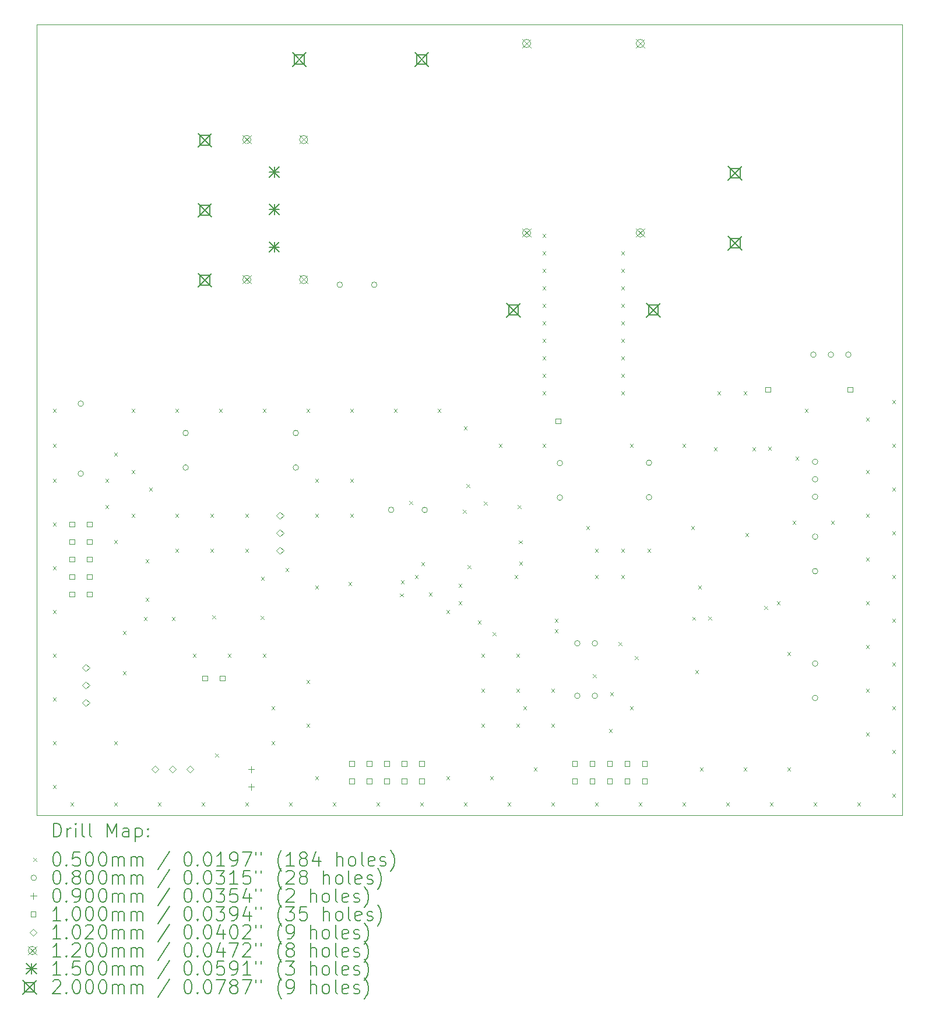
<source format=gbr>
%TF.GenerationSoftware,KiCad,Pcbnew,7.0.2*%
%TF.CreationDate,2023-07-17T11:49:58+02:00*%
%TF.ProjectId,Module_2,4d6f6475-6c65-45f3-922e-6b696361645f,rev?*%
%TF.SameCoordinates,Original*%
%TF.FileFunction,Drillmap*%
%TF.FilePolarity,Positive*%
%FSLAX45Y45*%
G04 Gerber Fmt 4.5, Leading zero omitted, Abs format (unit mm)*
G04 Created by KiCad (PCBNEW 7.0.2) date 2023-07-17 11:49:58*
%MOMM*%
%LPD*%
G01*
G04 APERTURE LIST*
%ADD10C,0.100000*%
%ADD11C,0.200000*%
%ADD12C,0.050000*%
%ADD13C,0.080000*%
%ADD14C,0.090000*%
%ADD15C,0.102000*%
%ADD16C,0.120000*%
%ADD17C,0.150000*%
G04 APERTURE END LIST*
D10*
X4061460Y-3028000D02*
X16637000Y-3028000D01*
X16637000Y-14508800D01*
X4061460Y-14508800D01*
X4061460Y-3028000D01*
D11*
D12*
X4293000Y-8611000D02*
X4343000Y-8661000D01*
X4343000Y-8611000D02*
X4293000Y-8661000D01*
X4293000Y-9119000D02*
X4343000Y-9169000D01*
X4343000Y-9119000D02*
X4293000Y-9169000D01*
X4293000Y-9627000D02*
X4343000Y-9677000D01*
X4343000Y-9627000D02*
X4293000Y-9677000D01*
X4293000Y-10262000D02*
X4343000Y-10312000D01*
X4343000Y-10262000D02*
X4293000Y-10312000D01*
X4293000Y-10897000D02*
X4343000Y-10947000D01*
X4343000Y-10897000D02*
X4293000Y-10947000D01*
X4293000Y-11532000D02*
X4343000Y-11582000D01*
X4343000Y-11532000D02*
X4293000Y-11582000D01*
X4293000Y-12167000D02*
X4343000Y-12217000D01*
X4343000Y-12167000D02*
X4293000Y-12217000D01*
X4293000Y-12802000D02*
X4343000Y-12852000D01*
X4343000Y-12802000D02*
X4293000Y-12852000D01*
X4293000Y-13437000D02*
X4343000Y-13487000D01*
X4343000Y-13437000D02*
X4293000Y-13487000D01*
X4293000Y-14072000D02*
X4343000Y-14122000D01*
X4343000Y-14072000D02*
X4293000Y-14122000D01*
X4547000Y-14326000D02*
X4597000Y-14376000D01*
X4597000Y-14326000D02*
X4547000Y-14376000D01*
X5055000Y-9627000D02*
X5105000Y-9677000D01*
X5105000Y-9627000D02*
X5055000Y-9677000D01*
X5055000Y-10008000D02*
X5105000Y-10058000D01*
X5105000Y-10008000D02*
X5055000Y-10058000D01*
X5182000Y-9246000D02*
X5232000Y-9296000D01*
X5232000Y-9246000D02*
X5182000Y-9296000D01*
X5182000Y-10516000D02*
X5232000Y-10566000D01*
X5232000Y-10516000D02*
X5182000Y-10566000D01*
X5182000Y-13437000D02*
X5232000Y-13487000D01*
X5232000Y-13437000D02*
X5182000Y-13487000D01*
X5182000Y-14326000D02*
X5232000Y-14376000D01*
X5232000Y-14326000D02*
X5182000Y-14376000D01*
X5309000Y-11836800D02*
X5359000Y-11886800D01*
X5359000Y-11836800D02*
X5309000Y-11886800D01*
X5309000Y-12421000D02*
X5359000Y-12471000D01*
X5359000Y-12421000D02*
X5309000Y-12471000D01*
X5436000Y-8611000D02*
X5486000Y-8661000D01*
X5486000Y-8611000D02*
X5436000Y-8661000D01*
X5436000Y-9500000D02*
X5486000Y-9550000D01*
X5486000Y-9500000D02*
X5436000Y-9550000D01*
X5436000Y-10135000D02*
X5486000Y-10185000D01*
X5486000Y-10135000D02*
X5436000Y-10185000D01*
X5613800Y-11633600D02*
X5663800Y-11683600D01*
X5663800Y-11633600D02*
X5613800Y-11683600D01*
X5639200Y-10795400D02*
X5689200Y-10845400D01*
X5689200Y-10795400D02*
X5639200Y-10845400D01*
X5639200Y-11354200D02*
X5689200Y-11404200D01*
X5689200Y-11354200D02*
X5639200Y-11404200D01*
X5690000Y-9754000D02*
X5740000Y-9804000D01*
X5740000Y-9754000D02*
X5690000Y-9804000D01*
X5817000Y-14326000D02*
X5867000Y-14376000D01*
X5867000Y-14326000D02*
X5817000Y-14376000D01*
X6020200Y-11633600D02*
X6070200Y-11683600D01*
X6070200Y-11633600D02*
X6020200Y-11683600D01*
X6071000Y-8611000D02*
X6121000Y-8661000D01*
X6121000Y-8611000D02*
X6071000Y-8661000D01*
X6071000Y-10135000D02*
X6121000Y-10185000D01*
X6121000Y-10135000D02*
X6071000Y-10185000D01*
X6071000Y-10643000D02*
X6121000Y-10693000D01*
X6121000Y-10643000D02*
X6071000Y-10693000D01*
X6325000Y-12167000D02*
X6375000Y-12217000D01*
X6375000Y-12167000D02*
X6325000Y-12217000D01*
X6452000Y-14326000D02*
X6502000Y-14376000D01*
X6502000Y-14326000D02*
X6452000Y-14376000D01*
X6579000Y-10135000D02*
X6629000Y-10185000D01*
X6629000Y-10135000D02*
X6579000Y-10185000D01*
X6579000Y-10643000D02*
X6629000Y-10693000D01*
X6629000Y-10643000D02*
X6579000Y-10693000D01*
X6610647Y-11608252D02*
X6660647Y-11658252D01*
X6660647Y-11608252D02*
X6610647Y-11658252D01*
X6647588Y-13612991D02*
X6697588Y-13662991D01*
X6697588Y-13612991D02*
X6647588Y-13662991D01*
X6706000Y-8611000D02*
X6756000Y-8661000D01*
X6756000Y-8611000D02*
X6706000Y-8661000D01*
X6833000Y-12167000D02*
X6883000Y-12217000D01*
X6883000Y-12167000D02*
X6833000Y-12217000D01*
X7087000Y-10135000D02*
X7137000Y-10185000D01*
X7137000Y-10135000D02*
X7087000Y-10185000D01*
X7087000Y-10643000D02*
X7137000Y-10693000D01*
X7137000Y-10643000D02*
X7087000Y-10693000D01*
X7087000Y-14326000D02*
X7137000Y-14376000D01*
X7137000Y-14326000D02*
X7087000Y-14376000D01*
X7309589Y-11614784D02*
X7359589Y-11664784D01*
X7359589Y-11614784D02*
X7309589Y-11664784D01*
X7315600Y-11049400D02*
X7365600Y-11099400D01*
X7365600Y-11049400D02*
X7315600Y-11099400D01*
X7341000Y-8611000D02*
X7391000Y-8661000D01*
X7391000Y-8611000D02*
X7341000Y-8661000D01*
X7341000Y-12167000D02*
X7391000Y-12217000D01*
X7391000Y-12167000D02*
X7341000Y-12217000D01*
X7468000Y-12929000D02*
X7518000Y-12979000D01*
X7518000Y-12929000D02*
X7468000Y-12979000D01*
X7468000Y-13437000D02*
X7518000Y-13487000D01*
X7518000Y-13437000D02*
X7468000Y-13487000D01*
X7671200Y-10922400D02*
X7721200Y-10972400D01*
X7721200Y-10922400D02*
X7671200Y-10972400D01*
X7722000Y-14326000D02*
X7772000Y-14376000D01*
X7772000Y-14326000D02*
X7722000Y-14376000D01*
X7976000Y-8611000D02*
X8026000Y-8661000D01*
X8026000Y-8611000D02*
X7976000Y-8661000D01*
X7976000Y-12548000D02*
X8026000Y-12598000D01*
X8026000Y-12548000D02*
X7976000Y-12598000D01*
X7976000Y-13183000D02*
X8026000Y-13233000D01*
X8026000Y-13183000D02*
X7976000Y-13233000D01*
X8103000Y-9627000D02*
X8153000Y-9677000D01*
X8153000Y-9627000D02*
X8103000Y-9677000D01*
X8103000Y-10135000D02*
X8153000Y-10185000D01*
X8153000Y-10135000D02*
X8103000Y-10185000D01*
X8103000Y-11176400D02*
X8153000Y-11226400D01*
X8153000Y-11176400D02*
X8103000Y-11226400D01*
X8103000Y-13945000D02*
X8153000Y-13995000D01*
X8153000Y-13945000D02*
X8103000Y-13995000D01*
X8357000Y-14326000D02*
X8407000Y-14376000D01*
X8407000Y-14326000D02*
X8357000Y-14376000D01*
X8585600Y-11125600D02*
X8635600Y-11175600D01*
X8635600Y-11125600D02*
X8585600Y-11175600D01*
X8611000Y-8611000D02*
X8661000Y-8661000D01*
X8661000Y-8611000D02*
X8611000Y-8661000D01*
X8611000Y-9627000D02*
X8661000Y-9677000D01*
X8661000Y-9627000D02*
X8611000Y-9677000D01*
X8611000Y-10135000D02*
X8661000Y-10185000D01*
X8661000Y-10135000D02*
X8611000Y-10185000D01*
X8992000Y-14326000D02*
X9042000Y-14376000D01*
X9042000Y-14326000D02*
X8992000Y-14376000D01*
X9246000Y-8611000D02*
X9296000Y-8661000D01*
X9296000Y-8611000D02*
X9246000Y-8661000D01*
X9335941Y-11288190D02*
X9385941Y-11338190D01*
X9385941Y-11288190D02*
X9335941Y-11338190D01*
X9347600Y-11100200D02*
X9397600Y-11150200D01*
X9397600Y-11100200D02*
X9347600Y-11150200D01*
X9467325Y-9945495D02*
X9517325Y-9995495D01*
X9517325Y-9945495D02*
X9467325Y-9995495D01*
X9550800Y-11024000D02*
X9600800Y-11074000D01*
X9600800Y-11024000D02*
X9550800Y-11074000D01*
X9627000Y-14326000D02*
X9677000Y-14376000D01*
X9677000Y-14326000D02*
X9627000Y-14376000D01*
X9643774Y-10838936D02*
X9693774Y-10888936D01*
X9693774Y-10838936D02*
X9643774Y-10888936D01*
X9754000Y-11278000D02*
X9804000Y-11328000D01*
X9804000Y-11278000D02*
X9754000Y-11328000D01*
X9881000Y-8611000D02*
X9931000Y-8661000D01*
X9931000Y-8611000D02*
X9881000Y-8661000D01*
X10008000Y-11532000D02*
X10058000Y-11582000D01*
X10058000Y-11532000D02*
X10008000Y-11582000D01*
X10008000Y-13945000D02*
X10058000Y-13995000D01*
X10058000Y-13945000D02*
X10008000Y-13995000D01*
X10185800Y-11151000D02*
X10235800Y-11201000D01*
X10235800Y-11151000D02*
X10185800Y-11201000D01*
X10185800Y-11405000D02*
X10235800Y-11455000D01*
X10235800Y-11405000D02*
X10185800Y-11455000D01*
X10248167Y-10070447D02*
X10298167Y-10120447D01*
X10298167Y-10070447D02*
X10248167Y-10120447D01*
X10262000Y-8865000D02*
X10312000Y-8915000D01*
X10312000Y-8865000D02*
X10262000Y-8915000D01*
X10262000Y-14326000D02*
X10312000Y-14376000D01*
X10312000Y-14326000D02*
X10262000Y-14376000D01*
X10297521Y-9704646D02*
X10347521Y-9754646D01*
X10347521Y-9704646D02*
X10297521Y-9754646D01*
X10317653Y-10875805D02*
X10367653Y-10925805D01*
X10367653Y-10875805D02*
X10317653Y-10925805D01*
X10465200Y-11684400D02*
X10515200Y-11734400D01*
X10515200Y-11684400D02*
X10465200Y-11734400D01*
X10516000Y-12167000D02*
X10566000Y-12217000D01*
X10566000Y-12167000D02*
X10516000Y-12217000D01*
X10516000Y-12675000D02*
X10566000Y-12725000D01*
X10566000Y-12675000D02*
X10516000Y-12725000D01*
X10516000Y-13183000D02*
X10566000Y-13233000D01*
X10566000Y-13183000D02*
X10516000Y-13233000D01*
X10553001Y-9957223D02*
X10603001Y-10007223D01*
X10603001Y-9957223D02*
X10553001Y-10007223D01*
X10643000Y-13945000D02*
X10693000Y-13995000D01*
X10693000Y-13945000D02*
X10643000Y-13995000D01*
X10680303Y-11848703D02*
X10730303Y-11898703D01*
X10730303Y-11848703D02*
X10680303Y-11898703D01*
X10770000Y-9119000D02*
X10820000Y-9169000D01*
X10820000Y-9119000D02*
X10770000Y-9169000D01*
X10897000Y-14326000D02*
X10947000Y-14376000D01*
X10947000Y-14326000D02*
X10897000Y-14376000D01*
X10998600Y-11024000D02*
X11048600Y-11074000D01*
X11048600Y-11024000D02*
X10998600Y-11074000D01*
X11024000Y-12167000D02*
X11074000Y-12217000D01*
X11074000Y-12167000D02*
X11024000Y-12217000D01*
X11024000Y-12675000D02*
X11074000Y-12725000D01*
X11074000Y-12675000D02*
X11024000Y-12725000D01*
X11024000Y-13183000D02*
X11074000Y-13233000D01*
X11074000Y-13183000D02*
X11024000Y-13233000D01*
X11046543Y-10006577D02*
X11096543Y-10056577D01*
X11096543Y-10006577D02*
X11046543Y-10056577D01*
X11060604Y-10517650D02*
X11110604Y-10567650D01*
X11110604Y-10517650D02*
X11060604Y-10567650D01*
X11066410Y-10829259D02*
X11116410Y-10879259D01*
X11116410Y-10829259D02*
X11066410Y-10879259D01*
X11125600Y-12929000D02*
X11175600Y-12979000D01*
X11175600Y-12929000D02*
X11125600Y-12979000D01*
X11278000Y-13818000D02*
X11328000Y-13868000D01*
X11328000Y-13818000D02*
X11278000Y-13868000D01*
X11405000Y-6071000D02*
X11455000Y-6121000D01*
X11455000Y-6071000D02*
X11405000Y-6121000D01*
X11405000Y-6325000D02*
X11455000Y-6375000D01*
X11455000Y-6325000D02*
X11405000Y-6375000D01*
X11405000Y-6579000D02*
X11455000Y-6629000D01*
X11455000Y-6579000D02*
X11405000Y-6629000D01*
X11405000Y-6833000D02*
X11455000Y-6883000D01*
X11455000Y-6833000D02*
X11405000Y-6883000D01*
X11405000Y-7087000D02*
X11455000Y-7137000D01*
X11455000Y-7087000D02*
X11405000Y-7137000D01*
X11405000Y-7341000D02*
X11455000Y-7391000D01*
X11455000Y-7341000D02*
X11405000Y-7391000D01*
X11405000Y-7595000D02*
X11455000Y-7645000D01*
X11455000Y-7595000D02*
X11405000Y-7645000D01*
X11405000Y-7849000D02*
X11455000Y-7899000D01*
X11455000Y-7849000D02*
X11405000Y-7899000D01*
X11405000Y-8103000D02*
X11455000Y-8153000D01*
X11455000Y-8103000D02*
X11405000Y-8153000D01*
X11405000Y-8357000D02*
X11455000Y-8407000D01*
X11455000Y-8357000D02*
X11405000Y-8407000D01*
X11405000Y-9119000D02*
X11455000Y-9169000D01*
X11455000Y-9119000D02*
X11405000Y-9169000D01*
X11532000Y-12675000D02*
X11582000Y-12725000D01*
X11582000Y-12675000D02*
X11532000Y-12725000D01*
X11532000Y-13183000D02*
X11582000Y-13233000D01*
X11582000Y-13183000D02*
X11532000Y-13233000D01*
X11532000Y-14326000D02*
X11582000Y-14376000D01*
X11582000Y-14326000D02*
X11532000Y-14376000D01*
X11582800Y-11659000D02*
X11632800Y-11709000D01*
X11632800Y-11659000D02*
X11582800Y-11709000D01*
X11582800Y-11811400D02*
X11632800Y-11861400D01*
X11632800Y-11811400D02*
X11582800Y-11861400D01*
X12040000Y-10312800D02*
X12090000Y-10362800D01*
X12090000Y-10312800D02*
X12040000Y-10362800D01*
X12137910Y-12462269D02*
X12187910Y-12512269D01*
X12187910Y-12462269D02*
X12137910Y-12512269D01*
X12167000Y-10643000D02*
X12217000Y-10693000D01*
X12217000Y-10643000D02*
X12167000Y-10693000D01*
X12167000Y-11024000D02*
X12217000Y-11074000D01*
X12217000Y-11024000D02*
X12167000Y-11074000D01*
X12167000Y-14326000D02*
X12217000Y-14376000D01*
X12217000Y-14326000D02*
X12167000Y-14376000D01*
X12370200Y-13259200D02*
X12420200Y-13309200D01*
X12420200Y-13259200D02*
X12370200Y-13309200D01*
X12387584Y-12726459D02*
X12437584Y-12776459D01*
X12437584Y-12726459D02*
X12387584Y-12776459D01*
X12509518Y-11997760D02*
X12559518Y-12047760D01*
X12559518Y-11997760D02*
X12509518Y-12047760D01*
X12548000Y-6325000D02*
X12598000Y-6375000D01*
X12598000Y-6325000D02*
X12548000Y-6375000D01*
X12548000Y-6579000D02*
X12598000Y-6629000D01*
X12598000Y-6579000D02*
X12548000Y-6629000D01*
X12548000Y-6833000D02*
X12598000Y-6883000D01*
X12598000Y-6833000D02*
X12548000Y-6883000D01*
X12548000Y-7087000D02*
X12598000Y-7137000D01*
X12598000Y-7087000D02*
X12548000Y-7137000D01*
X12548000Y-7341000D02*
X12598000Y-7391000D01*
X12598000Y-7341000D02*
X12548000Y-7391000D01*
X12548000Y-7595000D02*
X12598000Y-7645000D01*
X12598000Y-7595000D02*
X12548000Y-7645000D01*
X12548000Y-7849000D02*
X12598000Y-7899000D01*
X12598000Y-7849000D02*
X12548000Y-7899000D01*
X12548000Y-8103000D02*
X12598000Y-8153000D01*
X12598000Y-8103000D02*
X12548000Y-8153000D01*
X12548000Y-8357000D02*
X12598000Y-8407000D01*
X12598000Y-8357000D02*
X12548000Y-8407000D01*
X12548000Y-10643000D02*
X12598000Y-10693000D01*
X12598000Y-10643000D02*
X12548000Y-10693000D01*
X12548000Y-11024000D02*
X12598000Y-11074000D01*
X12598000Y-11024000D02*
X12548000Y-11074000D01*
X12675000Y-9119000D02*
X12725000Y-9169000D01*
X12725000Y-9119000D02*
X12675000Y-9169000D01*
X12675000Y-12929000D02*
X12725000Y-12979000D01*
X12725000Y-12929000D02*
X12675000Y-12979000D01*
X12746099Y-12200415D02*
X12796099Y-12250415D01*
X12796099Y-12200415D02*
X12746099Y-12250415D01*
X12802000Y-14326000D02*
X12852000Y-14376000D01*
X12852000Y-14326000D02*
X12802000Y-14376000D01*
X12929000Y-10643000D02*
X12979000Y-10693000D01*
X12979000Y-10643000D02*
X12929000Y-10693000D01*
X13437000Y-9119000D02*
X13487000Y-9169000D01*
X13487000Y-9119000D02*
X13437000Y-9169000D01*
X13437000Y-14326000D02*
X13487000Y-14376000D01*
X13487000Y-14326000D02*
X13437000Y-14376000D01*
X13564000Y-10312800D02*
X13614000Y-10362800D01*
X13614000Y-10312800D02*
X13564000Y-10362800D01*
X13581419Y-11626837D02*
X13631419Y-11676837D01*
X13631419Y-11626837D02*
X13581419Y-11676837D01*
X13623788Y-12402954D02*
X13673788Y-12452954D01*
X13673788Y-12402954D02*
X13623788Y-12452954D01*
X13665600Y-11176400D02*
X13715600Y-11226400D01*
X13715600Y-11176400D02*
X13665600Y-11226400D01*
X13691000Y-13818000D02*
X13741000Y-13868000D01*
X13741000Y-13818000D02*
X13691000Y-13868000D01*
X13812876Y-11625642D02*
X13862876Y-11675642D01*
X13862876Y-11625642D02*
X13812876Y-11675642D01*
X13894200Y-9169800D02*
X13944200Y-9219800D01*
X13944200Y-9169800D02*
X13894200Y-9219800D01*
X13945000Y-8357000D02*
X13995000Y-8407000D01*
X13995000Y-8357000D02*
X13945000Y-8407000D01*
X14072000Y-14326000D02*
X14122000Y-14376000D01*
X14122000Y-14326000D02*
X14072000Y-14376000D01*
X14326000Y-8357000D02*
X14376000Y-8407000D01*
X14376000Y-8357000D02*
X14326000Y-8407000D01*
X14326000Y-13818000D02*
X14376000Y-13868000D01*
X14376000Y-13818000D02*
X14326000Y-13868000D01*
X14351400Y-10414400D02*
X14401400Y-10464400D01*
X14401400Y-10414400D02*
X14351400Y-10464400D01*
X14453000Y-9169800D02*
X14503000Y-9219800D01*
X14503000Y-9169800D02*
X14453000Y-9219800D01*
X14625768Y-11468870D02*
X14675768Y-11518870D01*
X14675768Y-11468870D02*
X14625768Y-11518870D01*
X14681611Y-9158107D02*
X14731611Y-9208107D01*
X14731611Y-9158107D02*
X14681611Y-9208107D01*
X14707000Y-14326000D02*
X14757000Y-14376000D01*
X14757000Y-14326000D02*
X14707000Y-14376000D01*
X14808600Y-11405000D02*
X14858600Y-11455000D01*
X14858600Y-11405000D02*
X14808600Y-11455000D01*
X14961000Y-12141600D02*
X15011000Y-12191600D01*
X15011000Y-12141600D02*
X14961000Y-12191600D01*
X14961000Y-13818000D02*
X15011000Y-13868000D01*
X15011000Y-13818000D02*
X14961000Y-13868000D01*
X15037200Y-10236600D02*
X15087200Y-10286600D01*
X15087200Y-10236600D02*
X15037200Y-10286600D01*
X15079348Y-9306169D02*
X15129348Y-9356169D01*
X15129348Y-9306169D02*
X15079348Y-9356169D01*
X15215000Y-8611000D02*
X15265000Y-8661000D01*
X15265000Y-8611000D02*
X15215000Y-8661000D01*
X15342000Y-14326000D02*
X15392000Y-14376000D01*
X15392000Y-14326000D02*
X15342000Y-14376000D01*
X15596000Y-10236600D02*
X15646000Y-10286600D01*
X15646000Y-10236600D02*
X15596000Y-10286600D01*
X15977000Y-14326000D02*
X16027000Y-14376000D01*
X16027000Y-14326000D02*
X15977000Y-14376000D01*
X16104000Y-8738000D02*
X16154000Y-8788000D01*
X16154000Y-8738000D02*
X16104000Y-8788000D01*
X16104000Y-9500000D02*
X16154000Y-9550000D01*
X16154000Y-9500000D02*
X16104000Y-9550000D01*
X16104000Y-10135000D02*
X16154000Y-10185000D01*
X16154000Y-10135000D02*
X16104000Y-10185000D01*
X16104000Y-10770000D02*
X16154000Y-10820000D01*
X16154000Y-10770000D02*
X16104000Y-10820000D01*
X16104000Y-11405000D02*
X16154000Y-11455000D01*
X16154000Y-11405000D02*
X16104000Y-11455000D01*
X16104000Y-12040000D02*
X16154000Y-12090000D01*
X16154000Y-12040000D02*
X16104000Y-12090000D01*
X16104000Y-12675000D02*
X16154000Y-12725000D01*
X16154000Y-12675000D02*
X16104000Y-12725000D01*
X16104000Y-13310000D02*
X16154000Y-13360000D01*
X16154000Y-13310000D02*
X16104000Y-13360000D01*
X16485000Y-8484000D02*
X16535000Y-8534000D01*
X16535000Y-8484000D02*
X16485000Y-8534000D01*
X16485000Y-9119000D02*
X16535000Y-9169000D01*
X16535000Y-9119000D02*
X16485000Y-9169000D01*
X16485000Y-9754000D02*
X16535000Y-9804000D01*
X16535000Y-9754000D02*
X16485000Y-9804000D01*
X16485000Y-10389000D02*
X16535000Y-10439000D01*
X16535000Y-10389000D02*
X16485000Y-10439000D01*
X16485000Y-11024000D02*
X16535000Y-11074000D01*
X16535000Y-11024000D02*
X16485000Y-11074000D01*
X16485000Y-11659000D02*
X16535000Y-11709000D01*
X16535000Y-11659000D02*
X16485000Y-11709000D01*
X16485000Y-12294000D02*
X16535000Y-12344000D01*
X16535000Y-12294000D02*
X16485000Y-12344000D01*
X16485000Y-12929000D02*
X16535000Y-12979000D01*
X16535000Y-12929000D02*
X16485000Y-12979000D01*
X16485000Y-13564000D02*
X16535000Y-13614000D01*
X16535000Y-13564000D02*
X16485000Y-13614000D01*
X16485000Y-14199000D02*
X16535000Y-14249000D01*
X16535000Y-14199000D02*
X16485000Y-14249000D01*
D13*
X4739000Y-8534400D02*
G75*
G03*
X4739000Y-8534400I-40000J0D01*
G01*
X4739000Y-9550400D02*
G75*
G03*
X4739000Y-9550400I-40000J0D01*
G01*
X6263000Y-8960465D02*
G75*
G03*
X6263000Y-8960465I-40000J0D01*
G01*
X6263000Y-9460465D02*
G75*
G03*
X6263000Y-9460465I-40000J0D01*
G01*
X7863200Y-8960465D02*
G75*
G03*
X7863200Y-8960465I-40000J0D01*
G01*
X7863200Y-9460465D02*
G75*
G03*
X7863200Y-9460465I-40000J0D01*
G01*
X8502200Y-6807200D02*
G75*
G03*
X8502200Y-6807200I-40000J0D01*
G01*
X9002200Y-6807200D02*
G75*
G03*
X9002200Y-6807200I-40000J0D01*
G01*
X9247500Y-10076500D02*
G75*
G03*
X9247500Y-10076500I-40000J0D01*
G01*
X9735500Y-10076500D02*
G75*
G03*
X9735500Y-10076500I-40000J0D01*
G01*
X11698600Y-9398000D02*
G75*
G03*
X11698600Y-9398000I-40000J0D01*
G01*
X11698600Y-9898000D02*
G75*
G03*
X11698600Y-9898000I-40000J0D01*
G01*
X11952600Y-12014200D02*
G75*
G03*
X11952600Y-12014200I-40000J0D01*
G01*
X11952600Y-12776200D02*
G75*
G03*
X11952600Y-12776200I-40000J0D01*
G01*
X12206600Y-12014200D02*
G75*
G03*
X12206600Y-12014200I-40000J0D01*
G01*
X12206600Y-12776200D02*
G75*
G03*
X12206600Y-12776200I-40000J0D01*
G01*
X12994000Y-9392265D02*
G75*
G03*
X12994000Y-9392265I-40000J0D01*
G01*
X12994000Y-9892265D02*
G75*
G03*
X12994000Y-9892265I-40000J0D01*
G01*
X15381600Y-7823200D02*
G75*
G03*
X15381600Y-7823200I-40000J0D01*
G01*
X15407000Y-9378000D02*
G75*
G03*
X15407000Y-9378000I-40000J0D01*
G01*
X15407000Y-9632000D02*
G75*
G03*
X15407000Y-9632000I-40000J0D01*
G01*
X15407000Y-9886000D02*
G75*
G03*
X15407000Y-9886000I-40000J0D01*
G01*
X15407000Y-10465500D02*
G75*
G03*
X15407000Y-10465500I-40000J0D01*
G01*
X15407000Y-10965500D02*
G75*
G03*
X15407000Y-10965500I-40000J0D01*
G01*
X15407000Y-12307000D02*
G75*
G03*
X15407000Y-12307000I-40000J0D01*
G01*
X15407000Y-12807000D02*
G75*
G03*
X15407000Y-12807000I-40000J0D01*
G01*
X15635600Y-7823200D02*
G75*
G03*
X15635600Y-7823200I-40000J0D01*
G01*
X15889600Y-7823200D02*
G75*
G03*
X15889600Y-7823200I-40000J0D01*
G01*
D14*
X7175500Y-13798000D02*
X7175500Y-13888000D01*
X7130500Y-13843000D02*
X7220500Y-13843000D01*
X7175500Y-14052000D02*
X7175500Y-14142000D01*
X7130500Y-14097000D02*
X7220500Y-14097000D01*
D10*
X4607356Y-10322356D02*
X4607356Y-10251644D01*
X4536644Y-10251644D01*
X4536644Y-10322356D01*
X4607356Y-10322356D01*
X4607356Y-10576356D02*
X4607356Y-10505644D01*
X4536644Y-10505644D01*
X4536644Y-10576356D01*
X4607356Y-10576356D01*
X4607356Y-10830356D02*
X4607356Y-10759644D01*
X4536644Y-10759644D01*
X4536644Y-10830356D01*
X4607356Y-10830356D01*
X4607356Y-11084356D02*
X4607356Y-11013644D01*
X4536644Y-11013644D01*
X4536644Y-11084356D01*
X4607356Y-11084356D01*
X4607356Y-11338356D02*
X4607356Y-11267644D01*
X4536644Y-11267644D01*
X4536644Y-11338356D01*
X4607356Y-11338356D01*
X4861356Y-10322356D02*
X4861356Y-10251644D01*
X4790644Y-10251644D01*
X4790644Y-10322356D01*
X4861356Y-10322356D01*
X4861356Y-10576356D02*
X4861356Y-10505644D01*
X4790644Y-10505644D01*
X4790644Y-10576356D01*
X4861356Y-10576356D01*
X4861356Y-10830356D02*
X4861356Y-10759644D01*
X4790644Y-10759644D01*
X4790644Y-10830356D01*
X4861356Y-10830356D01*
X4861356Y-11084356D02*
X4861356Y-11013644D01*
X4790644Y-11013644D01*
X4790644Y-11084356D01*
X4861356Y-11084356D01*
X4861356Y-11338356D02*
X4861356Y-11267644D01*
X4790644Y-11267644D01*
X4790644Y-11338356D01*
X4861356Y-11338356D01*
X6537256Y-12557556D02*
X6537256Y-12486844D01*
X6466544Y-12486844D01*
X6466544Y-12557556D01*
X6537256Y-12557556D01*
X6791256Y-12557556D02*
X6791256Y-12486844D01*
X6720544Y-12486844D01*
X6720544Y-12557556D01*
X6791256Y-12557556D01*
X8671356Y-13794856D02*
X8671356Y-13724144D01*
X8600644Y-13724144D01*
X8600644Y-13794856D01*
X8671356Y-13794856D01*
X8671356Y-14048856D02*
X8671356Y-13978144D01*
X8600644Y-13978144D01*
X8600644Y-14048856D01*
X8671356Y-14048856D01*
X8925356Y-13794856D02*
X8925356Y-13724144D01*
X8854644Y-13724144D01*
X8854644Y-13794856D01*
X8925356Y-13794856D01*
X8925356Y-14048856D02*
X8925356Y-13978144D01*
X8854644Y-13978144D01*
X8854644Y-14048856D01*
X8925356Y-14048856D01*
X9179356Y-13794856D02*
X9179356Y-13724144D01*
X9108644Y-13724144D01*
X9108644Y-13794856D01*
X9179356Y-13794856D01*
X9179356Y-14048856D02*
X9179356Y-13978144D01*
X9108644Y-13978144D01*
X9108644Y-14048856D01*
X9179356Y-14048856D01*
X9433356Y-13794856D02*
X9433356Y-13724144D01*
X9362644Y-13724144D01*
X9362644Y-13794856D01*
X9433356Y-13794856D01*
X9433356Y-14048856D02*
X9433356Y-13978144D01*
X9362644Y-13978144D01*
X9362644Y-14048856D01*
X9433356Y-14048856D01*
X9687356Y-13794856D02*
X9687356Y-13724144D01*
X9616644Y-13724144D01*
X9616644Y-13794856D01*
X9687356Y-13794856D01*
X9687356Y-14048856D02*
X9687356Y-13978144D01*
X9616644Y-13978144D01*
X9616644Y-14048856D01*
X9687356Y-14048856D01*
X11668556Y-8823756D02*
X11668556Y-8753044D01*
X11597844Y-8753044D01*
X11597844Y-8823756D01*
X11668556Y-8823756D01*
X11909856Y-13794856D02*
X11909856Y-13724144D01*
X11839144Y-13724144D01*
X11839144Y-13794856D01*
X11909856Y-13794856D01*
X11909856Y-14048856D02*
X11909856Y-13978144D01*
X11839144Y-13978144D01*
X11839144Y-14048856D01*
X11909856Y-14048856D01*
X12163856Y-13794856D02*
X12163856Y-13724144D01*
X12093144Y-13724144D01*
X12093144Y-13794856D01*
X12163856Y-13794856D01*
X12163856Y-14048856D02*
X12163856Y-13978144D01*
X12093144Y-13978144D01*
X12093144Y-14048856D01*
X12163856Y-14048856D01*
X12417856Y-13794856D02*
X12417856Y-13724144D01*
X12347144Y-13724144D01*
X12347144Y-13794856D01*
X12417856Y-13794856D01*
X12417856Y-14048856D02*
X12417856Y-13978144D01*
X12347144Y-13978144D01*
X12347144Y-14048856D01*
X12417856Y-14048856D01*
X12671856Y-13794856D02*
X12671856Y-13724144D01*
X12601144Y-13724144D01*
X12601144Y-13794856D01*
X12671856Y-13794856D01*
X12671856Y-14048856D02*
X12671856Y-13978144D01*
X12601144Y-13978144D01*
X12601144Y-14048856D01*
X12671856Y-14048856D01*
X12925856Y-13794856D02*
X12925856Y-13724144D01*
X12855144Y-13724144D01*
X12855144Y-13794856D01*
X12925856Y-13794856D01*
X12925856Y-14048856D02*
X12925856Y-13978144D01*
X12855144Y-13978144D01*
X12855144Y-14048856D01*
X12925856Y-14048856D01*
X14716556Y-8366556D02*
X14716556Y-8295844D01*
X14645844Y-8295844D01*
X14645844Y-8366556D01*
X14716556Y-8366556D01*
X15910356Y-8366556D02*
X15910356Y-8295844D01*
X15839644Y-8295844D01*
X15839644Y-8366556D01*
X15910356Y-8366556D01*
D15*
X4775200Y-12420800D02*
X4826200Y-12369800D01*
X4775200Y-12318800D01*
X4724200Y-12369800D01*
X4775200Y-12420800D01*
X4775200Y-12674800D02*
X4826200Y-12623800D01*
X4775200Y-12572800D01*
X4724200Y-12623800D01*
X4775200Y-12674800D01*
X4775200Y-12928800D02*
X4826200Y-12877800D01*
X4775200Y-12826800D01*
X4724200Y-12877800D01*
X4775200Y-12928800D01*
X5778500Y-13894000D02*
X5829500Y-13843000D01*
X5778500Y-13792000D01*
X5727500Y-13843000D01*
X5778500Y-13894000D01*
X6032500Y-13894000D02*
X6083500Y-13843000D01*
X6032500Y-13792000D01*
X5981500Y-13843000D01*
X6032500Y-13894000D01*
X6286500Y-13894000D02*
X6337500Y-13843000D01*
X6286500Y-13792000D01*
X6235500Y-13843000D01*
X6286500Y-13894000D01*
X7594600Y-10211000D02*
X7645600Y-10160000D01*
X7594600Y-10109000D01*
X7543600Y-10160000D01*
X7594600Y-10211000D01*
X7594600Y-10465000D02*
X7645600Y-10414000D01*
X7594600Y-10363000D01*
X7543600Y-10414000D01*
X7594600Y-10465000D01*
X7594600Y-10719000D02*
X7645600Y-10668000D01*
X7594600Y-10617000D01*
X7543600Y-10668000D01*
X7594600Y-10719000D01*
D16*
X7052000Y-4639000D02*
X7172000Y-4759000D01*
X7172000Y-4639000D02*
X7052000Y-4759000D01*
X7172000Y-4699000D02*
G75*
G03*
X7172000Y-4699000I-60000J0D01*
G01*
X7052000Y-6671000D02*
X7172000Y-6791000D01*
X7172000Y-6671000D02*
X7052000Y-6791000D01*
X7172000Y-6731000D02*
G75*
G03*
X7172000Y-6731000I-60000J0D01*
G01*
X7877500Y-4639000D02*
X7997500Y-4759000D01*
X7997500Y-4639000D02*
X7877500Y-4759000D01*
X7997500Y-4699000D02*
G75*
G03*
X7997500Y-4699000I-60000J0D01*
G01*
X7877500Y-6671000D02*
X7997500Y-6791000D01*
X7997500Y-6671000D02*
X7877500Y-6791000D01*
X7997500Y-6731000D02*
G75*
G03*
X7997500Y-6731000I-60000J0D01*
G01*
X11116000Y-3244000D02*
X11236000Y-3364000D01*
X11236000Y-3244000D02*
X11116000Y-3364000D01*
X11236000Y-3304000D02*
G75*
G03*
X11236000Y-3304000I-60000J0D01*
G01*
X11116000Y-5994000D02*
X11236000Y-6114000D01*
X11236000Y-5994000D02*
X11116000Y-6114000D01*
X11236000Y-6054000D02*
G75*
G03*
X11236000Y-6054000I-60000J0D01*
G01*
X12767000Y-3244000D02*
X12887000Y-3364000D01*
X12887000Y-3244000D02*
X12767000Y-3364000D01*
X12887000Y-3304000D02*
G75*
G03*
X12887000Y-3304000I-60000J0D01*
G01*
X12767000Y-5994000D02*
X12887000Y-6114000D01*
X12887000Y-5994000D02*
X12767000Y-6114000D01*
X12887000Y-6054000D02*
G75*
G03*
X12887000Y-6054000I-60000J0D01*
G01*
D17*
X7435500Y-5095000D02*
X7585500Y-5245000D01*
X7585500Y-5095000D02*
X7435500Y-5245000D01*
X7510500Y-5095000D02*
X7510500Y-5245000D01*
X7435500Y-5170000D02*
X7585500Y-5170000D01*
X7435500Y-5640000D02*
X7585500Y-5790000D01*
X7585500Y-5640000D02*
X7435500Y-5790000D01*
X7510500Y-5640000D02*
X7510500Y-5790000D01*
X7435500Y-5715000D02*
X7585500Y-5715000D01*
X7435500Y-6185000D02*
X7585500Y-6335000D01*
X7585500Y-6185000D02*
X7435500Y-6335000D01*
X7510500Y-6185000D02*
X7510500Y-6335000D01*
X7435500Y-6260000D02*
X7585500Y-6260000D01*
D11*
X6402400Y-4608050D02*
X6602400Y-4808050D01*
X6602400Y-4608050D02*
X6402400Y-4808050D01*
X6573111Y-4778761D02*
X6573111Y-4637339D01*
X6431689Y-4637339D01*
X6431689Y-4778761D01*
X6573111Y-4778761D01*
X6402400Y-5624050D02*
X6602400Y-5824050D01*
X6602400Y-5624050D02*
X6402400Y-5824050D01*
X6573111Y-5794761D02*
X6573111Y-5653339D01*
X6431689Y-5653339D01*
X6431689Y-5794761D01*
X6573111Y-5794761D01*
X6402400Y-6640050D02*
X6602400Y-6840050D01*
X6602400Y-6640050D02*
X6402400Y-6840050D01*
X6573111Y-6810761D02*
X6573111Y-6669339D01*
X6431689Y-6669339D01*
X6431689Y-6810761D01*
X6573111Y-6810761D01*
X7774000Y-3436000D02*
X7974000Y-3636000D01*
X7974000Y-3436000D02*
X7774000Y-3636000D01*
X7944711Y-3606711D02*
X7944711Y-3465289D01*
X7803289Y-3465289D01*
X7803289Y-3606711D01*
X7944711Y-3606711D01*
X9552000Y-3436000D02*
X9752000Y-3636000D01*
X9752000Y-3436000D02*
X9552000Y-3636000D01*
X9722711Y-3606711D02*
X9722711Y-3465289D01*
X9581289Y-3465289D01*
X9581289Y-3606711D01*
X9722711Y-3606711D01*
X10885500Y-7075500D02*
X11085500Y-7275500D01*
X11085500Y-7075500D02*
X10885500Y-7275500D01*
X11056211Y-7246211D02*
X11056211Y-7104789D01*
X10914789Y-7104789D01*
X10914789Y-7246211D01*
X11056211Y-7246211D01*
X12917500Y-7075500D02*
X13117500Y-7275500D01*
X13117500Y-7075500D02*
X12917500Y-7275500D01*
X13088211Y-7246211D02*
X13088211Y-7104789D01*
X12946789Y-7104789D01*
X12946789Y-7246211D01*
X13088211Y-7246211D01*
X14104950Y-5087000D02*
X14304950Y-5287000D01*
X14304950Y-5087000D02*
X14104950Y-5287000D01*
X14275661Y-5257711D02*
X14275661Y-5116289D01*
X14134239Y-5116289D01*
X14134239Y-5257711D01*
X14275661Y-5257711D01*
X14104950Y-6103000D02*
X14304950Y-6303000D01*
X14304950Y-6103000D02*
X14104950Y-6303000D01*
X14275661Y-6273711D02*
X14275661Y-6132289D01*
X14134239Y-6132289D01*
X14134239Y-6273711D01*
X14275661Y-6273711D01*
X4304079Y-14826324D02*
X4304079Y-14626324D01*
X4304079Y-14626324D02*
X4351698Y-14626324D01*
X4351698Y-14626324D02*
X4380270Y-14635848D01*
X4380270Y-14635848D02*
X4399317Y-14654895D01*
X4399317Y-14654895D02*
X4408841Y-14673943D01*
X4408841Y-14673943D02*
X4418365Y-14712038D01*
X4418365Y-14712038D02*
X4418365Y-14740609D01*
X4418365Y-14740609D02*
X4408841Y-14778705D01*
X4408841Y-14778705D02*
X4399317Y-14797752D01*
X4399317Y-14797752D02*
X4380270Y-14816800D01*
X4380270Y-14816800D02*
X4351698Y-14826324D01*
X4351698Y-14826324D02*
X4304079Y-14826324D01*
X4504079Y-14826324D02*
X4504079Y-14692990D01*
X4504079Y-14731086D02*
X4513603Y-14712038D01*
X4513603Y-14712038D02*
X4523127Y-14702514D01*
X4523127Y-14702514D02*
X4542174Y-14692990D01*
X4542174Y-14692990D02*
X4561222Y-14692990D01*
X4627889Y-14826324D02*
X4627889Y-14692990D01*
X4627889Y-14626324D02*
X4618365Y-14635848D01*
X4618365Y-14635848D02*
X4627889Y-14645371D01*
X4627889Y-14645371D02*
X4637412Y-14635848D01*
X4637412Y-14635848D02*
X4627889Y-14626324D01*
X4627889Y-14626324D02*
X4627889Y-14645371D01*
X4751698Y-14826324D02*
X4732650Y-14816800D01*
X4732650Y-14816800D02*
X4723127Y-14797752D01*
X4723127Y-14797752D02*
X4723127Y-14626324D01*
X4856460Y-14826324D02*
X4837412Y-14816800D01*
X4837412Y-14816800D02*
X4827889Y-14797752D01*
X4827889Y-14797752D02*
X4827889Y-14626324D01*
X5085031Y-14826324D02*
X5085031Y-14626324D01*
X5085031Y-14626324D02*
X5151698Y-14769181D01*
X5151698Y-14769181D02*
X5218365Y-14626324D01*
X5218365Y-14626324D02*
X5218365Y-14826324D01*
X5399317Y-14826324D02*
X5399317Y-14721562D01*
X5399317Y-14721562D02*
X5389793Y-14702514D01*
X5389793Y-14702514D02*
X5370746Y-14692990D01*
X5370746Y-14692990D02*
X5332650Y-14692990D01*
X5332650Y-14692990D02*
X5313603Y-14702514D01*
X5399317Y-14816800D02*
X5380270Y-14826324D01*
X5380270Y-14826324D02*
X5332650Y-14826324D01*
X5332650Y-14826324D02*
X5313603Y-14816800D01*
X5313603Y-14816800D02*
X5304079Y-14797752D01*
X5304079Y-14797752D02*
X5304079Y-14778705D01*
X5304079Y-14778705D02*
X5313603Y-14759657D01*
X5313603Y-14759657D02*
X5332650Y-14750133D01*
X5332650Y-14750133D02*
X5380270Y-14750133D01*
X5380270Y-14750133D02*
X5399317Y-14740609D01*
X5494555Y-14692990D02*
X5494555Y-14892990D01*
X5494555Y-14702514D02*
X5513603Y-14692990D01*
X5513603Y-14692990D02*
X5551698Y-14692990D01*
X5551698Y-14692990D02*
X5570746Y-14702514D01*
X5570746Y-14702514D02*
X5580270Y-14712038D01*
X5580270Y-14712038D02*
X5589793Y-14731086D01*
X5589793Y-14731086D02*
X5589793Y-14788228D01*
X5589793Y-14788228D02*
X5580270Y-14807276D01*
X5580270Y-14807276D02*
X5570746Y-14816800D01*
X5570746Y-14816800D02*
X5551698Y-14826324D01*
X5551698Y-14826324D02*
X5513603Y-14826324D01*
X5513603Y-14826324D02*
X5494555Y-14816800D01*
X5675508Y-14807276D02*
X5685031Y-14816800D01*
X5685031Y-14816800D02*
X5675508Y-14826324D01*
X5675508Y-14826324D02*
X5665984Y-14816800D01*
X5665984Y-14816800D02*
X5675508Y-14807276D01*
X5675508Y-14807276D02*
X5675508Y-14826324D01*
X5675508Y-14702514D02*
X5685031Y-14712038D01*
X5685031Y-14712038D02*
X5675508Y-14721562D01*
X5675508Y-14721562D02*
X5665984Y-14712038D01*
X5665984Y-14712038D02*
X5675508Y-14702514D01*
X5675508Y-14702514D02*
X5675508Y-14721562D01*
D12*
X4006460Y-15128800D02*
X4056460Y-15178800D01*
X4056460Y-15128800D02*
X4006460Y-15178800D01*
D11*
X4342174Y-15046324D02*
X4361222Y-15046324D01*
X4361222Y-15046324D02*
X4380270Y-15055848D01*
X4380270Y-15055848D02*
X4389793Y-15065371D01*
X4389793Y-15065371D02*
X4399317Y-15084419D01*
X4399317Y-15084419D02*
X4408841Y-15122514D01*
X4408841Y-15122514D02*
X4408841Y-15170133D01*
X4408841Y-15170133D02*
X4399317Y-15208228D01*
X4399317Y-15208228D02*
X4389793Y-15227276D01*
X4389793Y-15227276D02*
X4380270Y-15236800D01*
X4380270Y-15236800D02*
X4361222Y-15246324D01*
X4361222Y-15246324D02*
X4342174Y-15246324D01*
X4342174Y-15246324D02*
X4323127Y-15236800D01*
X4323127Y-15236800D02*
X4313603Y-15227276D01*
X4313603Y-15227276D02*
X4304079Y-15208228D01*
X4304079Y-15208228D02*
X4294555Y-15170133D01*
X4294555Y-15170133D02*
X4294555Y-15122514D01*
X4294555Y-15122514D02*
X4304079Y-15084419D01*
X4304079Y-15084419D02*
X4313603Y-15065371D01*
X4313603Y-15065371D02*
X4323127Y-15055848D01*
X4323127Y-15055848D02*
X4342174Y-15046324D01*
X4494555Y-15227276D02*
X4504079Y-15236800D01*
X4504079Y-15236800D02*
X4494555Y-15246324D01*
X4494555Y-15246324D02*
X4485031Y-15236800D01*
X4485031Y-15236800D02*
X4494555Y-15227276D01*
X4494555Y-15227276D02*
X4494555Y-15246324D01*
X4685031Y-15046324D02*
X4589793Y-15046324D01*
X4589793Y-15046324D02*
X4580270Y-15141562D01*
X4580270Y-15141562D02*
X4589793Y-15132038D01*
X4589793Y-15132038D02*
X4608841Y-15122514D01*
X4608841Y-15122514D02*
X4656460Y-15122514D01*
X4656460Y-15122514D02*
X4675508Y-15132038D01*
X4675508Y-15132038D02*
X4685031Y-15141562D01*
X4685031Y-15141562D02*
X4694555Y-15160609D01*
X4694555Y-15160609D02*
X4694555Y-15208228D01*
X4694555Y-15208228D02*
X4685031Y-15227276D01*
X4685031Y-15227276D02*
X4675508Y-15236800D01*
X4675508Y-15236800D02*
X4656460Y-15246324D01*
X4656460Y-15246324D02*
X4608841Y-15246324D01*
X4608841Y-15246324D02*
X4589793Y-15236800D01*
X4589793Y-15236800D02*
X4580270Y-15227276D01*
X4818365Y-15046324D02*
X4837412Y-15046324D01*
X4837412Y-15046324D02*
X4856460Y-15055848D01*
X4856460Y-15055848D02*
X4865984Y-15065371D01*
X4865984Y-15065371D02*
X4875508Y-15084419D01*
X4875508Y-15084419D02*
X4885031Y-15122514D01*
X4885031Y-15122514D02*
X4885031Y-15170133D01*
X4885031Y-15170133D02*
X4875508Y-15208228D01*
X4875508Y-15208228D02*
X4865984Y-15227276D01*
X4865984Y-15227276D02*
X4856460Y-15236800D01*
X4856460Y-15236800D02*
X4837412Y-15246324D01*
X4837412Y-15246324D02*
X4818365Y-15246324D01*
X4818365Y-15246324D02*
X4799317Y-15236800D01*
X4799317Y-15236800D02*
X4789793Y-15227276D01*
X4789793Y-15227276D02*
X4780270Y-15208228D01*
X4780270Y-15208228D02*
X4770746Y-15170133D01*
X4770746Y-15170133D02*
X4770746Y-15122514D01*
X4770746Y-15122514D02*
X4780270Y-15084419D01*
X4780270Y-15084419D02*
X4789793Y-15065371D01*
X4789793Y-15065371D02*
X4799317Y-15055848D01*
X4799317Y-15055848D02*
X4818365Y-15046324D01*
X5008841Y-15046324D02*
X5027889Y-15046324D01*
X5027889Y-15046324D02*
X5046936Y-15055848D01*
X5046936Y-15055848D02*
X5056460Y-15065371D01*
X5056460Y-15065371D02*
X5065984Y-15084419D01*
X5065984Y-15084419D02*
X5075508Y-15122514D01*
X5075508Y-15122514D02*
X5075508Y-15170133D01*
X5075508Y-15170133D02*
X5065984Y-15208228D01*
X5065984Y-15208228D02*
X5056460Y-15227276D01*
X5056460Y-15227276D02*
X5046936Y-15236800D01*
X5046936Y-15236800D02*
X5027889Y-15246324D01*
X5027889Y-15246324D02*
X5008841Y-15246324D01*
X5008841Y-15246324D02*
X4989793Y-15236800D01*
X4989793Y-15236800D02*
X4980270Y-15227276D01*
X4980270Y-15227276D02*
X4970746Y-15208228D01*
X4970746Y-15208228D02*
X4961222Y-15170133D01*
X4961222Y-15170133D02*
X4961222Y-15122514D01*
X4961222Y-15122514D02*
X4970746Y-15084419D01*
X4970746Y-15084419D02*
X4980270Y-15065371D01*
X4980270Y-15065371D02*
X4989793Y-15055848D01*
X4989793Y-15055848D02*
X5008841Y-15046324D01*
X5161222Y-15246324D02*
X5161222Y-15112990D01*
X5161222Y-15132038D02*
X5170746Y-15122514D01*
X5170746Y-15122514D02*
X5189793Y-15112990D01*
X5189793Y-15112990D02*
X5218365Y-15112990D01*
X5218365Y-15112990D02*
X5237412Y-15122514D01*
X5237412Y-15122514D02*
X5246936Y-15141562D01*
X5246936Y-15141562D02*
X5246936Y-15246324D01*
X5246936Y-15141562D02*
X5256460Y-15122514D01*
X5256460Y-15122514D02*
X5275508Y-15112990D01*
X5275508Y-15112990D02*
X5304079Y-15112990D01*
X5304079Y-15112990D02*
X5323127Y-15122514D01*
X5323127Y-15122514D02*
X5332651Y-15141562D01*
X5332651Y-15141562D02*
X5332651Y-15246324D01*
X5427889Y-15246324D02*
X5427889Y-15112990D01*
X5427889Y-15132038D02*
X5437412Y-15122514D01*
X5437412Y-15122514D02*
X5456460Y-15112990D01*
X5456460Y-15112990D02*
X5485032Y-15112990D01*
X5485032Y-15112990D02*
X5504079Y-15122514D01*
X5504079Y-15122514D02*
X5513603Y-15141562D01*
X5513603Y-15141562D02*
X5513603Y-15246324D01*
X5513603Y-15141562D02*
X5523127Y-15122514D01*
X5523127Y-15122514D02*
X5542174Y-15112990D01*
X5542174Y-15112990D02*
X5570746Y-15112990D01*
X5570746Y-15112990D02*
X5589793Y-15122514D01*
X5589793Y-15122514D02*
X5599317Y-15141562D01*
X5599317Y-15141562D02*
X5599317Y-15246324D01*
X5989793Y-15036800D02*
X5818365Y-15293943D01*
X6246936Y-15046324D02*
X6265984Y-15046324D01*
X6265984Y-15046324D02*
X6285032Y-15055848D01*
X6285032Y-15055848D02*
X6294555Y-15065371D01*
X6294555Y-15065371D02*
X6304079Y-15084419D01*
X6304079Y-15084419D02*
X6313603Y-15122514D01*
X6313603Y-15122514D02*
X6313603Y-15170133D01*
X6313603Y-15170133D02*
X6304079Y-15208228D01*
X6304079Y-15208228D02*
X6294555Y-15227276D01*
X6294555Y-15227276D02*
X6285032Y-15236800D01*
X6285032Y-15236800D02*
X6265984Y-15246324D01*
X6265984Y-15246324D02*
X6246936Y-15246324D01*
X6246936Y-15246324D02*
X6227889Y-15236800D01*
X6227889Y-15236800D02*
X6218365Y-15227276D01*
X6218365Y-15227276D02*
X6208841Y-15208228D01*
X6208841Y-15208228D02*
X6199317Y-15170133D01*
X6199317Y-15170133D02*
X6199317Y-15122514D01*
X6199317Y-15122514D02*
X6208841Y-15084419D01*
X6208841Y-15084419D02*
X6218365Y-15065371D01*
X6218365Y-15065371D02*
X6227889Y-15055848D01*
X6227889Y-15055848D02*
X6246936Y-15046324D01*
X6399317Y-15227276D02*
X6408841Y-15236800D01*
X6408841Y-15236800D02*
X6399317Y-15246324D01*
X6399317Y-15246324D02*
X6389793Y-15236800D01*
X6389793Y-15236800D02*
X6399317Y-15227276D01*
X6399317Y-15227276D02*
X6399317Y-15246324D01*
X6532651Y-15046324D02*
X6551698Y-15046324D01*
X6551698Y-15046324D02*
X6570746Y-15055848D01*
X6570746Y-15055848D02*
X6580270Y-15065371D01*
X6580270Y-15065371D02*
X6589793Y-15084419D01*
X6589793Y-15084419D02*
X6599317Y-15122514D01*
X6599317Y-15122514D02*
X6599317Y-15170133D01*
X6599317Y-15170133D02*
X6589793Y-15208228D01*
X6589793Y-15208228D02*
X6580270Y-15227276D01*
X6580270Y-15227276D02*
X6570746Y-15236800D01*
X6570746Y-15236800D02*
X6551698Y-15246324D01*
X6551698Y-15246324D02*
X6532651Y-15246324D01*
X6532651Y-15246324D02*
X6513603Y-15236800D01*
X6513603Y-15236800D02*
X6504079Y-15227276D01*
X6504079Y-15227276D02*
X6494555Y-15208228D01*
X6494555Y-15208228D02*
X6485032Y-15170133D01*
X6485032Y-15170133D02*
X6485032Y-15122514D01*
X6485032Y-15122514D02*
X6494555Y-15084419D01*
X6494555Y-15084419D02*
X6504079Y-15065371D01*
X6504079Y-15065371D02*
X6513603Y-15055848D01*
X6513603Y-15055848D02*
X6532651Y-15046324D01*
X6789793Y-15246324D02*
X6675508Y-15246324D01*
X6732651Y-15246324D02*
X6732651Y-15046324D01*
X6732651Y-15046324D02*
X6713603Y-15074895D01*
X6713603Y-15074895D02*
X6694555Y-15093943D01*
X6694555Y-15093943D02*
X6675508Y-15103467D01*
X6885032Y-15246324D02*
X6923127Y-15246324D01*
X6923127Y-15246324D02*
X6942174Y-15236800D01*
X6942174Y-15236800D02*
X6951698Y-15227276D01*
X6951698Y-15227276D02*
X6970746Y-15198705D01*
X6970746Y-15198705D02*
X6980270Y-15160609D01*
X6980270Y-15160609D02*
X6980270Y-15084419D01*
X6980270Y-15084419D02*
X6970746Y-15065371D01*
X6970746Y-15065371D02*
X6961222Y-15055848D01*
X6961222Y-15055848D02*
X6942174Y-15046324D01*
X6942174Y-15046324D02*
X6904079Y-15046324D01*
X6904079Y-15046324D02*
X6885032Y-15055848D01*
X6885032Y-15055848D02*
X6875508Y-15065371D01*
X6875508Y-15065371D02*
X6865984Y-15084419D01*
X6865984Y-15084419D02*
X6865984Y-15132038D01*
X6865984Y-15132038D02*
X6875508Y-15151086D01*
X6875508Y-15151086D02*
X6885032Y-15160609D01*
X6885032Y-15160609D02*
X6904079Y-15170133D01*
X6904079Y-15170133D02*
X6942174Y-15170133D01*
X6942174Y-15170133D02*
X6961222Y-15160609D01*
X6961222Y-15160609D02*
X6970746Y-15151086D01*
X6970746Y-15151086D02*
X6980270Y-15132038D01*
X7046936Y-15046324D02*
X7180270Y-15046324D01*
X7180270Y-15046324D02*
X7094555Y-15246324D01*
X7246936Y-15046324D02*
X7246936Y-15084419D01*
X7323127Y-15046324D02*
X7323127Y-15084419D01*
X7618365Y-15322514D02*
X7608841Y-15312990D01*
X7608841Y-15312990D02*
X7589794Y-15284419D01*
X7589794Y-15284419D02*
X7580270Y-15265371D01*
X7580270Y-15265371D02*
X7570746Y-15236800D01*
X7570746Y-15236800D02*
X7561222Y-15189181D01*
X7561222Y-15189181D02*
X7561222Y-15151086D01*
X7561222Y-15151086D02*
X7570746Y-15103467D01*
X7570746Y-15103467D02*
X7580270Y-15074895D01*
X7580270Y-15074895D02*
X7589794Y-15055848D01*
X7589794Y-15055848D02*
X7608841Y-15027276D01*
X7608841Y-15027276D02*
X7618365Y-15017752D01*
X7799317Y-15246324D02*
X7685032Y-15246324D01*
X7742174Y-15246324D02*
X7742174Y-15046324D01*
X7742174Y-15046324D02*
X7723127Y-15074895D01*
X7723127Y-15074895D02*
X7704079Y-15093943D01*
X7704079Y-15093943D02*
X7685032Y-15103467D01*
X7913603Y-15132038D02*
X7894555Y-15122514D01*
X7894555Y-15122514D02*
X7885032Y-15112990D01*
X7885032Y-15112990D02*
X7875508Y-15093943D01*
X7875508Y-15093943D02*
X7875508Y-15084419D01*
X7875508Y-15084419D02*
X7885032Y-15065371D01*
X7885032Y-15065371D02*
X7894555Y-15055848D01*
X7894555Y-15055848D02*
X7913603Y-15046324D01*
X7913603Y-15046324D02*
X7951698Y-15046324D01*
X7951698Y-15046324D02*
X7970746Y-15055848D01*
X7970746Y-15055848D02*
X7980270Y-15065371D01*
X7980270Y-15065371D02*
X7989794Y-15084419D01*
X7989794Y-15084419D02*
X7989794Y-15093943D01*
X7989794Y-15093943D02*
X7980270Y-15112990D01*
X7980270Y-15112990D02*
X7970746Y-15122514D01*
X7970746Y-15122514D02*
X7951698Y-15132038D01*
X7951698Y-15132038D02*
X7913603Y-15132038D01*
X7913603Y-15132038D02*
X7894555Y-15141562D01*
X7894555Y-15141562D02*
X7885032Y-15151086D01*
X7885032Y-15151086D02*
X7875508Y-15170133D01*
X7875508Y-15170133D02*
X7875508Y-15208228D01*
X7875508Y-15208228D02*
X7885032Y-15227276D01*
X7885032Y-15227276D02*
X7894555Y-15236800D01*
X7894555Y-15236800D02*
X7913603Y-15246324D01*
X7913603Y-15246324D02*
X7951698Y-15246324D01*
X7951698Y-15246324D02*
X7970746Y-15236800D01*
X7970746Y-15236800D02*
X7980270Y-15227276D01*
X7980270Y-15227276D02*
X7989794Y-15208228D01*
X7989794Y-15208228D02*
X7989794Y-15170133D01*
X7989794Y-15170133D02*
X7980270Y-15151086D01*
X7980270Y-15151086D02*
X7970746Y-15141562D01*
X7970746Y-15141562D02*
X7951698Y-15132038D01*
X8161222Y-15112990D02*
X8161222Y-15246324D01*
X8113603Y-15036800D02*
X8065984Y-15179657D01*
X8065984Y-15179657D02*
X8189794Y-15179657D01*
X8418365Y-15246324D02*
X8418365Y-15046324D01*
X8504079Y-15246324D02*
X8504079Y-15141562D01*
X8504079Y-15141562D02*
X8494556Y-15122514D01*
X8494556Y-15122514D02*
X8475508Y-15112990D01*
X8475508Y-15112990D02*
X8446937Y-15112990D01*
X8446937Y-15112990D02*
X8427889Y-15122514D01*
X8427889Y-15122514D02*
X8418365Y-15132038D01*
X8627889Y-15246324D02*
X8608841Y-15236800D01*
X8608841Y-15236800D02*
X8599318Y-15227276D01*
X8599318Y-15227276D02*
X8589794Y-15208228D01*
X8589794Y-15208228D02*
X8589794Y-15151086D01*
X8589794Y-15151086D02*
X8599318Y-15132038D01*
X8599318Y-15132038D02*
X8608841Y-15122514D01*
X8608841Y-15122514D02*
X8627889Y-15112990D01*
X8627889Y-15112990D02*
X8656460Y-15112990D01*
X8656460Y-15112990D02*
X8675508Y-15122514D01*
X8675508Y-15122514D02*
X8685032Y-15132038D01*
X8685032Y-15132038D02*
X8694556Y-15151086D01*
X8694556Y-15151086D02*
X8694556Y-15208228D01*
X8694556Y-15208228D02*
X8685032Y-15227276D01*
X8685032Y-15227276D02*
X8675508Y-15236800D01*
X8675508Y-15236800D02*
X8656460Y-15246324D01*
X8656460Y-15246324D02*
X8627889Y-15246324D01*
X8808841Y-15246324D02*
X8789794Y-15236800D01*
X8789794Y-15236800D02*
X8780270Y-15217752D01*
X8780270Y-15217752D02*
X8780270Y-15046324D01*
X8961222Y-15236800D02*
X8942175Y-15246324D01*
X8942175Y-15246324D02*
X8904079Y-15246324D01*
X8904079Y-15246324D02*
X8885032Y-15236800D01*
X8885032Y-15236800D02*
X8875508Y-15217752D01*
X8875508Y-15217752D02*
X8875508Y-15141562D01*
X8875508Y-15141562D02*
X8885032Y-15122514D01*
X8885032Y-15122514D02*
X8904079Y-15112990D01*
X8904079Y-15112990D02*
X8942175Y-15112990D01*
X8942175Y-15112990D02*
X8961222Y-15122514D01*
X8961222Y-15122514D02*
X8970746Y-15141562D01*
X8970746Y-15141562D02*
X8970746Y-15160609D01*
X8970746Y-15160609D02*
X8875508Y-15179657D01*
X9046937Y-15236800D02*
X9065984Y-15246324D01*
X9065984Y-15246324D02*
X9104079Y-15246324D01*
X9104079Y-15246324D02*
X9123127Y-15236800D01*
X9123127Y-15236800D02*
X9132651Y-15217752D01*
X9132651Y-15217752D02*
X9132651Y-15208228D01*
X9132651Y-15208228D02*
X9123127Y-15189181D01*
X9123127Y-15189181D02*
X9104079Y-15179657D01*
X9104079Y-15179657D02*
X9075508Y-15179657D01*
X9075508Y-15179657D02*
X9056460Y-15170133D01*
X9056460Y-15170133D02*
X9046937Y-15151086D01*
X9046937Y-15151086D02*
X9046937Y-15141562D01*
X9046937Y-15141562D02*
X9056460Y-15122514D01*
X9056460Y-15122514D02*
X9075508Y-15112990D01*
X9075508Y-15112990D02*
X9104079Y-15112990D01*
X9104079Y-15112990D02*
X9123127Y-15122514D01*
X9199318Y-15322514D02*
X9208841Y-15312990D01*
X9208841Y-15312990D02*
X9227889Y-15284419D01*
X9227889Y-15284419D02*
X9237413Y-15265371D01*
X9237413Y-15265371D02*
X9246937Y-15236800D01*
X9246937Y-15236800D02*
X9256460Y-15189181D01*
X9256460Y-15189181D02*
X9256460Y-15151086D01*
X9256460Y-15151086D02*
X9246937Y-15103467D01*
X9246937Y-15103467D02*
X9237413Y-15074895D01*
X9237413Y-15074895D02*
X9227889Y-15055848D01*
X9227889Y-15055848D02*
X9208841Y-15027276D01*
X9208841Y-15027276D02*
X9199318Y-15017752D01*
D13*
X4056460Y-15417800D02*
G75*
G03*
X4056460Y-15417800I-40000J0D01*
G01*
D11*
X4342174Y-15310324D02*
X4361222Y-15310324D01*
X4361222Y-15310324D02*
X4380270Y-15319848D01*
X4380270Y-15319848D02*
X4389793Y-15329371D01*
X4389793Y-15329371D02*
X4399317Y-15348419D01*
X4399317Y-15348419D02*
X4408841Y-15386514D01*
X4408841Y-15386514D02*
X4408841Y-15434133D01*
X4408841Y-15434133D02*
X4399317Y-15472228D01*
X4399317Y-15472228D02*
X4389793Y-15491276D01*
X4389793Y-15491276D02*
X4380270Y-15500800D01*
X4380270Y-15500800D02*
X4361222Y-15510324D01*
X4361222Y-15510324D02*
X4342174Y-15510324D01*
X4342174Y-15510324D02*
X4323127Y-15500800D01*
X4323127Y-15500800D02*
X4313603Y-15491276D01*
X4313603Y-15491276D02*
X4304079Y-15472228D01*
X4304079Y-15472228D02*
X4294555Y-15434133D01*
X4294555Y-15434133D02*
X4294555Y-15386514D01*
X4294555Y-15386514D02*
X4304079Y-15348419D01*
X4304079Y-15348419D02*
X4313603Y-15329371D01*
X4313603Y-15329371D02*
X4323127Y-15319848D01*
X4323127Y-15319848D02*
X4342174Y-15310324D01*
X4494555Y-15491276D02*
X4504079Y-15500800D01*
X4504079Y-15500800D02*
X4494555Y-15510324D01*
X4494555Y-15510324D02*
X4485031Y-15500800D01*
X4485031Y-15500800D02*
X4494555Y-15491276D01*
X4494555Y-15491276D02*
X4494555Y-15510324D01*
X4618365Y-15396038D02*
X4599317Y-15386514D01*
X4599317Y-15386514D02*
X4589793Y-15376990D01*
X4589793Y-15376990D02*
X4580270Y-15357943D01*
X4580270Y-15357943D02*
X4580270Y-15348419D01*
X4580270Y-15348419D02*
X4589793Y-15329371D01*
X4589793Y-15329371D02*
X4599317Y-15319848D01*
X4599317Y-15319848D02*
X4618365Y-15310324D01*
X4618365Y-15310324D02*
X4656460Y-15310324D01*
X4656460Y-15310324D02*
X4675508Y-15319848D01*
X4675508Y-15319848D02*
X4685031Y-15329371D01*
X4685031Y-15329371D02*
X4694555Y-15348419D01*
X4694555Y-15348419D02*
X4694555Y-15357943D01*
X4694555Y-15357943D02*
X4685031Y-15376990D01*
X4685031Y-15376990D02*
X4675508Y-15386514D01*
X4675508Y-15386514D02*
X4656460Y-15396038D01*
X4656460Y-15396038D02*
X4618365Y-15396038D01*
X4618365Y-15396038D02*
X4599317Y-15405562D01*
X4599317Y-15405562D02*
X4589793Y-15415086D01*
X4589793Y-15415086D02*
X4580270Y-15434133D01*
X4580270Y-15434133D02*
X4580270Y-15472228D01*
X4580270Y-15472228D02*
X4589793Y-15491276D01*
X4589793Y-15491276D02*
X4599317Y-15500800D01*
X4599317Y-15500800D02*
X4618365Y-15510324D01*
X4618365Y-15510324D02*
X4656460Y-15510324D01*
X4656460Y-15510324D02*
X4675508Y-15500800D01*
X4675508Y-15500800D02*
X4685031Y-15491276D01*
X4685031Y-15491276D02*
X4694555Y-15472228D01*
X4694555Y-15472228D02*
X4694555Y-15434133D01*
X4694555Y-15434133D02*
X4685031Y-15415086D01*
X4685031Y-15415086D02*
X4675508Y-15405562D01*
X4675508Y-15405562D02*
X4656460Y-15396038D01*
X4818365Y-15310324D02*
X4837412Y-15310324D01*
X4837412Y-15310324D02*
X4856460Y-15319848D01*
X4856460Y-15319848D02*
X4865984Y-15329371D01*
X4865984Y-15329371D02*
X4875508Y-15348419D01*
X4875508Y-15348419D02*
X4885031Y-15386514D01*
X4885031Y-15386514D02*
X4885031Y-15434133D01*
X4885031Y-15434133D02*
X4875508Y-15472228D01*
X4875508Y-15472228D02*
X4865984Y-15491276D01*
X4865984Y-15491276D02*
X4856460Y-15500800D01*
X4856460Y-15500800D02*
X4837412Y-15510324D01*
X4837412Y-15510324D02*
X4818365Y-15510324D01*
X4818365Y-15510324D02*
X4799317Y-15500800D01*
X4799317Y-15500800D02*
X4789793Y-15491276D01*
X4789793Y-15491276D02*
X4780270Y-15472228D01*
X4780270Y-15472228D02*
X4770746Y-15434133D01*
X4770746Y-15434133D02*
X4770746Y-15386514D01*
X4770746Y-15386514D02*
X4780270Y-15348419D01*
X4780270Y-15348419D02*
X4789793Y-15329371D01*
X4789793Y-15329371D02*
X4799317Y-15319848D01*
X4799317Y-15319848D02*
X4818365Y-15310324D01*
X5008841Y-15310324D02*
X5027889Y-15310324D01*
X5027889Y-15310324D02*
X5046936Y-15319848D01*
X5046936Y-15319848D02*
X5056460Y-15329371D01*
X5056460Y-15329371D02*
X5065984Y-15348419D01*
X5065984Y-15348419D02*
X5075508Y-15386514D01*
X5075508Y-15386514D02*
X5075508Y-15434133D01*
X5075508Y-15434133D02*
X5065984Y-15472228D01*
X5065984Y-15472228D02*
X5056460Y-15491276D01*
X5056460Y-15491276D02*
X5046936Y-15500800D01*
X5046936Y-15500800D02*
X5027889Y-15510324D01*
X5027889Y-15510324D02*
X5008841Y-15510324D01*
X5008841Y-15510324D02*
X4989793Y-15500800D01*
X4989793Y-15500800D02*
X4980270Y-15491276D01*
X4980270Y-15491276D02*
X4970746Y-15472228D01*
X4970746Y-15472228D02*
X4961222Y-15434133D01*
X4961222Y-15434133D02*
X4961222Y-15386514D01*
X4961222Y-15386514D02*
X4970746Y-15348419D01*
X4970746Y-15348419D02*
X4980270Y-15329371D01*
X4980270Y-15329371D02*
X4989793Y-15319848D01*
X4989793Y-15319848D02*
X5008841Y-15310324D01*
X5161222Y-15510324D02*
X5161222Y-15376990D01*
X5161222Y-15396038D02*
X5170746Y-15386514D01*
X5170746Y-15386514D02*
X5189793Y-15376990D01*
X5189793Y-15376990D02*
X5218365Y-15376990D01*
X5218365Y-15376990D02*
X5237412Y-15386514D01*
X5237412Y-15386514D02*
X5246936Y-15405562D01*
X5246936Y-15405562D02*
X5246936Y-15510324D01*
X5246936Y-15405562D02*
X5256460Y-15386514D01*
X5256460Y-15386514D02*
X5275508Y-15376990D01*
X5275508Y-15376990D02*
X5304079Y-15376990D01*
X5304079Y-15376990D02*
X5323127Y-15386514D01*
X5323127Y-15386514D02*
X5332651Y-15405562D01*
X5332651Y-15405562D02*
X5332651Y-15510324D01*
X5427889Y-15510324D02*
X5427889Y-15376990D01*
X5427889Y-15396038D02*
X5437412Y-15386514D01*
X5437412Y-15386514D02*
X5456460Y-15376990D01*
X5456460Y-15376990D02*
X5485032Y-15376990D01*
X5485032Y-15376990D02*
X5504079Y-15386514D01*
X5504079Y-15386514D02*
X5513603Y-15405562D01*
X5513603Y-15405562D02*
X5513603Y-15510324D01*
X5513603Y-15405562D02*
X5523127Y-15386514D01*
X5523127Y-15386514D02*
X5542174Y-15376990D01*
X5542174Y-15376990D02*
X5570746Y-15376990D01*
X5570746Y-15376990D02*
X5589793Y-15386514D01*
X5589793Y-15386514D02*
X5599317Y-15405562D01*
X5599317Y-15405562D02*
X5599317Y-15510324D01*
X5989793Y-15300800D02*
X5818365Y-15557943D01*
X6246936Y-15310324D02*
X6265984Y-15310324D01*
X6265984Y-15310324D02*
X6285032Y-15319848D01*
X6285032Y-15319848D02*
X6294555Y-15329371D01*
X6294555Y-15329371D02*
X6304079Y-15348419D01*
X6304079Y-15348419D02*
X6313603Y-15386514D01*
X6313603Y-15386514D02*
X6313603Y-15434133D01*
X6313603Y-15434133D02*
X6304079Y-15472228D01*
X6304079Y-15472228D02*
X6294555Y-15491276D01*
X6294555Y-15491276D02*
X6285032Y-15500800D01*
X6285032Y-15500800D02*
X6265984Y-15510324D01*
X6265984Y-15510324D02*
X6246936Y-15510324D01*
X6246936Y-15510324D02*
X6227889Y-15500800D01*
X6227889Y-15500800D02*
X6218365Y-15491276D01*
X6218365Y-15491276D02*
X6208841Y-15472228D01*
X6208841Y-15472228D02*
X6199317Y-15434133D01*
X6199317Y-15434133D02*
X6199317Y-15386514D01*
X6199317Y-15386514D02*
X6208841Y-15348419D01*
X6208841Y-15348419D02*
X6218365Y-15329371D01*
X6218365Y-15329371D02*
X6227889Y-15319848D01*
X6227889Y-15319848D02*
X6246936Y-15310324D01*
X6399317Y-15491276D02*
X6408841Y-15500800D01*
X6408841Y-15500800D02*
X6399317Y-15510324D01*
X6399317Y-15510324D02*
X6389793Y-15500800D01*
X6389793Y-15500800D02*
X6399317Y-15491276D01*
X6399317Y-15491276D02*
X6399317Y-15510324D01*
X6532651Y-15310324D02*
X6551698Y-15310324D01*
X6551698Y-15310324D02*
X6570746Y-15319848D01*
X6570746Y-15319848D02*
X6580270Y-15329371D01*
X6580270Y-15329371D02*
X6589793Y-15348419D01*
X6589793Y-15348419D02*
X6599317Y-15386514D01*
X6599317Y-15386514D02*
X6599317Y-15434133D01*
X6599317Y-15434133D02*
X6589793Y-15472228D01*
X6589793Y-15472228D02*
X6580270Y-15491276D01*
X6580270Y-15491276D02*
X6570746Y-15500800D01*
X6570746Y-15500800D02*
X6551698Y-15510324D01*
X6551698Y-15510324D02*
X6532651Y-15510324D01*
X6532651Y-15510324D02*
X6513603Y-15500800D01*
X6513603Y-15500800D02*
X6504079Y-15491276D01*
X6504079Y-15491276D02*
X6494555Y-15472228D01*
X6494555Y-15472228D02*
X6485032Y-15434133D01*
X6485032Y-15434133D02*
X6485032Y-15386514D01*
X6485032Y-15386514D02*
X6494555Y-15348419D01*
X6494555Y-15348419D02*
X6504079Y-15329371D01*
X6504079Y-15329371D02*
X6513603Y-15319848D01*
X6513603Y-15319848D02*
X6532651Y-15310324D01*
X6665984Y-15310324D02*
X6789793Y-15310324D01*
X6789793Y-15310324D02*
X6723127Y-15386514D01*
X6723127Y-15386514D02*
X6751698Y-15386514D01*
X6751698Y-15386514D02*
X6770746Y-15396038D01*
X6770746Y-15396038D02*
X6780270Y-15405562D01*
X6780270Y-15405562D02*
X6789793Y-15424609D01*
X6789793Y-15424609D02*
X6789793Y-15472228D01*
X6789793Y-15472228D02*
X6780270Y-15491276D01*
X6780270Y-15491276D02*
X6770746Y-15500800D01*
X6770746Y-15500800D02*
X6751698Y-15510324D01*
X6751698Y-15510324D02*
X6694555Y-15510324D01*
X6694555Y-15510324D02*
X6675508Y-15500800D01*
X6675508Y-15500800D02*
X6665984Y-15491276D01*
X6980270Y-15510324D02*
X6865984Y-15510324D01*
X6923127Y-15510324D02*
X6923127Y-15310324D01*
X6923127Y-15310324D02*
X6904079Y-15338895D01*
X6904079Y-15338895D02*
X6885032Y-15357943D01*
X6885032Y-15357943D02*
X6865984Y-15367467D01*
X7161222Y-15310324D02*
X7065984Y-15310324D01*
X7065984Y-15310324D02*
X7056460Y-15405562D01*
X7056460Y-15405562D02*
X7065984Y-15396038D01*
X7065984Y-15396038D02*
X7085032Y-15386514D01*
X7085032Y-15386514D02*
X7132651Y-15386514D01*
X7132651Y-15386514D02*
X7151698Y-15396038D01*
X7151698Y-15396038D02*
X7161222Y-15405562D01*
X7161222Y-15405562D02*
X7170746Y-15424609D01*
X7170746Y-15424609D02*
X7170746Y-15472228D01*
X7170746Y-15472228D02*
X7161222Y-15491276D01*
X7161222Y-15491276D02*
X7151698Y-15500800D01*
X7151698Y-15500800D02*
X7132651Y-15510324D01*
X7132651Y-15510324D02*
X7085032Y-15510324D01*
X7085032Y-15510324D02*
X7065984Y-15500800D01*
X7065984Y-15500800D02*
X7056460Y-15491276D01*
X7246936Y-15310324D02*
X7246936Y-15348419D01*
X7323127Y-15310324D02*
X7323127Y-15348419D01*
X7618365Y-15586514D02*
X7608841Y-15576990D01*
X7608841Y-15576990D02*
X7589794Y-15548419D01*
X7589794Y-15548419D02*
X7580270Y-15529371D01*
X7580270Y-15529371D02*
X7570746Y-15500800D01*
X7570746Y-15500800D02*
X7561222Y-15453181D01*
X7561222Y-15453181D02*
X7561222Y-15415086D01*
X7561222Y-15415086D02*
X7570746Y-15367467D01*
X7570746Y-15367467D02*
X7580270Y-15338895D01*
X7580270Y-15338895D02*
X7589794Y-15319848D01*
X7589794Y-15319848D02*
X7608841Y-15291276D01*
X7608841Y-15291276D02*
X7618365Y-15281752D01*
X7685032Y-15329371D02*
X7694555Y-15319848D01*
X7694555Y-15319848D02*
X7713603Y-15310324D01*
X7713603Y-15310324D02*
X7761222Y-15310324D01*
X7761222Y-15310324D02*
X7780270Y-15319848D01*
X7780270Y-15319848D02*
X7789794Y-15329371D01*
X7789794Y-15329371D02*
X7799317Y-15348419D01*
X7799317Y-15348419D02*
X7799317Y-15367467D01*
X7799317Y-15367467D02*
X7789794Y-15396038D01*
X7789794Y-15396038D02*
X7675508Y-15510324D01*
X7675508Y-15510324D02*
X7799317Y-15510324D01*
X7913603Y-15396038D02*
X7894555Y-15386514D01*
X7894555Y-15386514D02*
X7885032Y-15376990D01*
X7885032Y-15376990D02*
X7875508Y-15357943D01*
X7875508Y-15357943D02*
X7875508Y-15348419D01*
X7875508Y-15348419D02*
X7885032Y-15329371D01*
X7885032Y-15329371D02*
X7894555Y-15319848D01*
X7894555Y-15319848D02*
X7913603Y-15310324D01*
X7913603Y-15310324D02*
X7951698Y-15310324D01*
X7951698Y-15310324D02*
X7970746Y-15319848D01*
X7970746Y-15319848D02*
X7980270Y-15329371D01*
X7980270Y-15329371D02*
X7989794Y-15348419D01*
X7989794Y-15348419D02*
X7989794Y-15357943D01*
X7989794Y-15357943D02*
X7980270Y-15376990D01*
X7980270Y-15376990D02*
X7970746Y-15386514D01*
X7970746Y-15386514D02*
X7951698Y-15396038D01*
X7951698Y-15396038D02*
X7913603Y-15396038D01*
X7913603Y-15396038D02*
X7894555Y-15405562D01*
X7894555Y-15405562D02*
X7885032Y-15415086D01*
X7885032Y-15415086D02*
X7875508Y-15434133D01*
X7875508Y-15434133D02*
X7875508Y-15472228D01*
X7875508Y-15472228D02*
X7885032Y-15491276D01*
X7885032Y-15491276D02*
X7894555Y-15500800D01*
X7894555Y-15500800D02*
X7913603Y-15510324D01*
X7913603Y-15510324D02*
X7951698Y-15510324D01*
X7951698Y-15510324D02*
X7970746Y-15500800D01*
X7970746Y-15500800D02*
X7980270Y-15491276D01*
X7980270Y-15491276D02*
X7989794Y-15472228D01*
X7989794Y-15472228D02*
X7989794Y-15434133D01*
X7989794Y-15434133D02*
X7980270Y-15415086D01*
X7980270Y-15415086D02*
X7970746Y-15405562D01*
X7970746Y-15405562D02*
X7951698Y-15396038D01*
X8227889Y-15510324D02*
X8227889Y-15310324D01*
X8313603Y-15510324D02*
X8313603Y-15405562D01*
X8313603Y-15405562D02*
X8304079Y-15386514D01*
X8304079Y-15386514D02*
X8285032Y-15376990D01*
X8285032Y-15376990D02*
X8256460Y-15376990D01*
X8256460Y-15376990D02*
X8237413Y-15386514D01*
X8237413Y-15386514D02*
X8227889Y-15396038D01*
X8437413Y-15510324D02*
X8418365Y-15500800D01*
X8418365Y-15500800D02*
X8408841Y-15491276D01*
X8408841Y-15491276D02*
X8399318Y-15472228D01*
X8399318Y-15472228D02*
X8399318Y-15415086D01*
X8399318Y-15415086D02*
X8408841Y-15396038D01*
X8408841Y-15396038D02*
X8418365Y-15386514D01*
X8418365Y-15386514D02*
X8437413Y-15376990D01*
X8437413Y-15376990D02*
X8465984Y-15376990D01*
X8465984Y-15376990D02*
X8485032Y-15386514D01*
X8485032Y-15386514D02*
X8494556Y-15396038D01*
X8494556Y-15396038D02*
X8504079Y-15415086D01*
X8504079Y-15415086D02*
X8504079Y-15472228D01*
X8504079Y-15472228D02*
X8494556Y-15491276D01*
X8494556Y-15491276D02*
X8485032Y-15500800D01*
X8485032Y-15500800D02*
X8465984Y-15510324D01*
X8465984Y-15510324D02*
X8437413Y-15510324D01*
X8618365Y-15510324D02*
X8599318Y-15500800D01*
X8599318Y-15500800D02*
X8589794Y-15481752D01*
X8589794Y-15481752D02*
X8589794Y-15310324D01*
X8770746Y-15500800D02*
X8751699Y-15510324D01*
X8751699Y-15510324D02*
X8713603Y-15510324D01*
X8713603Y-15510324D02*
X8694556Y-15500800D01*
X8694556Y-15500800D02*
X8685032Y-15481752D01*
X8685032Y-15481752D02*
X8685032Y-15405562D01*
X8685032Y-15405562D02*
X8694556Y-15386514D01*
X8694556Y-15386514D02*
X8713603Y-15376990D01*
X8713603Y-15376990D02*
X8751699Y-15376990D01*
X8751699Y-15376990D02*
X8770746Y-15386514D01*
X8770746Y-15386514D02*
X8780270Y-15405562D01*
X8780270Y-15405562D02*
X8780270Y-15424609D01*
X8780270Y-15424609D02*
X8685032Y-15443657D01*
X8856460Y-15500800D02*
X8875508Y-15510324D01*
X8875508Y-15510324D02*
X8913603Y-15510324D01*
X8913603Y-15510324D02*
X8932651Y-15500800D01*
X8932651Y-15500800D02*
X8942175Y-15481752D01*
X8942175Y-15481752D02*
X8942175Y-15472228D01*
X8942175Y-15472228D02*
X8932651Y-15453181D01*
X8932651Y-15453181D02*
X8913603Y-15443657D01*
X8913603Y-15443657D02*
X8885032Y-15443657D01*
X8885032Y-15443657D02*
X8865984Y-15434133D01*
X8865984Y-15434133D02*
X8856460Y-15415086D01*
X8856460Y-15415086D02*
X8856460Y-15405562D01*
X8856460Y-15405562D02*
X8865984Y-15386514D01*
X8865984Y-15386514D02*
X8885032Y-15376990D01*
X8885032Y-15376990D02*
X8913603Y-15376990D01*
X8913603Y-15376990D02*
X8932651Y-15386514D01*
X9008841Y-15586514D02*
X9018365Y-15576990D01*
X9018365Y-15576990D02*
X9037413Y-15548419D01*
X9037413Y-15548419D02*
X9046937Y-15529371D01*
X9046937Y-15529371D02*
X9056460Y-15500800D01*
X9056460Y-15500800D02*
X9065984Y-15453181D01*
X9065984Y-15453181D02*
X9065984Y-15415086D01*
X9065984Y-15415086D02*
X9056460Y-15367467D01*
X9056460Y-15367467D02*
X9046937Y-15338895D01*
X9046937Y-15338895D02*
X9037413Y-15319848D01*
X9037413Y-15319848D02*
X9018365Y-15291276D01*
X9018365Y-15291276D02*
X9008841Y-15281752D01*
D14*
X4011460Y-15636800D02*
X4011460Y-15726800D01*
X3966460Y-15681800D02*
X4056460Y-15681800D01*
D11*
X4342174Y-15574324D02*
X4361222Y-15574324D01*
X4361222Y-15574324D02*
X4380270Y-15583848D01*
X4380270Y-15583848D02*
X4389793Y-15593371D01*
X4389793Y-15593371D02*
X4399317Y-15612419D01*
X4399317Y-15612419D02*
X4408841Y-15650514D01*
X4408841Y-15650514D02*
X4408841Y-15698133D01*
X4408841Y-15698133D02*
X4399317Y-15736228D01*
X4399317Y-15736228D02*
X4389793Y-15755276D01*
X4389793Y-15755276D02*
X4380270Y-15764800D01*
X4380270Y-15764800D02*
X4361222Y-15774324D01*
X4361222Y-15774324D02*
X4342174Y-15774324D01*
X4342174Y-15774324D02*
X4323127Y-15764800D01*
X4323127Y-15764800D02*
X4313603Y-15755276D01*
X4313603Y-15755276D02*
X4304079Y-15736228D01*
X4304079Y-15736228D02*
X4294555Y-15698133D01*
X4294555Y-15698133D02*
X4294555Y-15650514D01*
X4294555Y-15650514D02*
X4304079Y-15612419D01*
X4304079Y-15612419D02*
X4313603Y-15593371D01*
X4313603Y-15593371D02*
X4323127Y-15583848D01*
X4323127Y-15583848D02*
X4342174Y-15574324D01*
X4494555Y-15755276D02*
X4504079Y-15764800D01*
X4504079Y-15764800D02*
X4494555Y-15774324D01*
X4494555Y-15774324D02*
X4485031Y-15764800D01*
X4485031Y-15764800D02*
X4494555Y-15755276D01*
X4494555Y-15755276D02*
X4494555Y-15774324D01*
X4599317Y-15774324D02*
X4637412Y-15774324D01*
X4637412Y-15774324D02*
X4656460Y-15764800D01*
X4656460Y-15764800D02*
X4665984Y-15755276D01*
X4665984Y-15755276D02*
X4685031Y-15726705D01*
X4685031Y-15726705D02*
X4694555Y-15688609D01*
X4694555Y-15688609D02*
X4694555Y-15612419D01*
X4694555Y-15612419D02*
X4685031Y-15593371D01*
X4685031Y-15593371D02*
X4675508Y-15583848D01*
X4675508Y-15583848D02*
X4656460Y-15574324D01*
X4656460Y-15574324D02*
X4618365Y-15574324D01*
X4618365Y-15574324D02*
X4599317Y-15583848D01*
X4599317Y-15583848D02*
X4589793Y-15593371D01*
X4589793Y-15593371D02*
X4580270Y-15612419D01*
X4580270Y-15612419D02*
X4580270Y-15660038D01*
X4580270Y-15660038D02*
X4589793Y-15679086D01*
X4589793Y-15679086D02*
X4599317Y-15688609D01*
X4599317Y-15688609D02*
X4618365Y-15698133D01*
X4618365Y-15698133D02*
X4656460Y-15698133D01*
X4656460Y-15698133D02*
X4675508Y-15688609D01*
X4675508Y-15688609D02*
X4685031Y-15679086D01*
X4685031Y-15679086D02*
X4694555Y-15660038D01*
X4818365Y-15574324D02*
X4837412Y-15574324D01*
X4837412Y-15574324D02*
X4856460Y-15583848D01*
X4856460Y-15583848D02*
X4865984Y-15593371D01*
X4865984Y-15593371D02*
X4875508Y-15612419D01*
X4875508Y-15612419D02*
X4885031Y-15650514D01*
X4885031Y-15650514D02*
X4885031Y-15698133D01*
X4885031Y-15698133D02*
X4875508Y-15736228D01*
X4875508Y-15736228D02*
X4865984Y-15755276D01*
X4865984Y-15755276D02*
X4856460Y-15764800D01*
X4856460Y-15764800D02*
X4837412Y-15774324D01*
X4837412Y-15774324D02*
X4818365Y-15774324D01*
X4818365Y-15774324D02*
X4799317Y-15764800D01*
X4799317Y-15764800D02*
X4789793Y-15755276D01*
X4789793Y-15755276D02*
X4780270Y-15736228D01*
X4780270Y-15736228D02*
X4770746Y-15698133D01*
X4770746Y-15698133D02*
X4770746Y-15650514D01*
X4770746Y-15650514D02*
X4780270Y-15612419D01*
X4780270Y-15612419D02*
X4789793Y-15593371D01*
X4789793Y-15593371D02*
X4799317Y-15583848D01*
X4799317Y-15583848D02*
X4818365Y-15574324D01*
X5008841Y-15574324D02*
X5027889Y-15574324D01*
X5027889Y-15574324D02*
X5046936Y-15583848D01*
X5046936Y-15583848D02*
X5056460Y-15593371D01*
X5056460Y-15593371D02*
X5065984Y-15612419D01*
X5065984Y-15612419D02*
X5075508Y-15650514D01*
X5075508Y-15650514D02*
X5075508Y-15698133D01*
X5075508Y-15698133D02*
X5065984Y-15736228D01*
X5065984Y-15736228D02*
X5056460Y-15755276D01*
X5056460Y-15755276D02*
X5046936Y-15764800D01*
X5046936Y-15764800D02*
X5027889Y-15774324D01*
X5027889Y-15774324D02*
X5008841Y-15774324D01*
X5008841Y-15774324D02*
X4989793Y-15764800D01*
X4989793Y-15764800D02*
X4980270Y-15755276D01*
X4980270Y-15755276D02*
X4970746Y-15736228D01*
X4970746Y-15736228D02*
X4961222Y-15698133D01*
X4961222Y-15698133D02*
X4961222Y-15650514D01*
X4961222Y-15650514D02*
X4970746Y-15612419D01*
X4970746Y-15612419D02*
X4980270Y-15593371D01*
X4980270Y-15593371D02*
X4989793Y-15583848D01*
X4989793Y-15583848D02*
X5008841Y-15574324D01*
X5161222Y-15774324D02*
X5161222Y-15640990D01*
X5161222Y-15660038D02*
X5170746Y-15650514D01*
X5170746Y-15650514D02*
X5189793Y-15640990D01*
X5189793Y-15640990D02*
X5218365Y-15640990D01*
X5218365Y-15640990D02*
X5237412Y-15650514D01*
X5237412Y-15650514D02*
X5246936Y-15669562D01*
X5246936Y-15669562D02*
X5246936Y-15774324D01*
X5246936Y-15669562D02*
X5256460Y-15650514D01*
X5256460Y-15650514D02*
X5275508Y-15640990D01*
X5275508Y-15640990D02*
X5304079Y-15640990D01*
X5304079Y-15640990D02*
X5323127Y-15650514D01*
X5323127Y-15650514D02*
X5332651Y-15669562D01*
X5332651Y-15669562D02*
X5332651Y-15774324D01*
X5427889Y-15774324D02*
X5427889Y-15640990D01*
X5427889Y-15660038D02*
X5437412Y-15650514D01*
X5437412Y-15650514D02*
X5456460Y-15640990D01*
X5456460Y-15640990D02*
X5485032Y-15640990D01*
X5485032Y-15640990D02*
X5504079Y-15650514D01*
X5504079Y-15650514D02*
X5513603Y-15669562D01*
X5513603Y-15669562D02*
X5513603Y-15774324D01*
X5513603Y-15669562D02*
X5523127Y-15650514D01*
X5523127Y-15650514D02*
X5542174Y-15640990D01*
X5542174Y-15640990D02*
X5570746Y-15640990D01*
X5570746Y-15640990D02*
X5589793Y-15650514D01*
X5589793Y-15650514D02*
X5599317Y-15669562D01*
X5599317Y-15669562D02*
X5599317Y-15774324D01*
X5989793Y-15564800D02*
X5818365Y-15821943D01*
X6246936Y-15574324D02*
X6265984Y-15574324D01*
X6265984Y-15574324D02*
X6285032Y-15583848D01*
X6285032Y-15583848D02*
X6294555Y-15593371D01*
X6294555Y-15593371D02*
X6304079Y-15612419D01*
X6304079Y-15612419D02*
X6313603Y-15650514D01*
X6313603Y-15650514D02*
X6313603Y-15698133D01*
X6313603Y-15698133D02*
X6304079Y-15736228D01*
X6304079Y-15736228D02*
X6294555Y-15755276D01*
X6294555Y-15755276D02*
X6285032Y-15764800D01*
X6285032Y-15764800D02*
X6265984Y-15774324D01*
X6265984Y-15774324D02*
X6246936Y-15774324D01*
X6246936Y-15774324D02*
X6227889Y-15764800D01*
X6227889Y-15764800D02*
X6218365Y-15755276D01*
X6218365Y-15755276D02*
X6208841Y-15736228D01*
X6208841Y-15736228D02*
X6199317Y-15698133D01*
X6199317Y-15698133D02*
X6199317Y-15650514D01*
X6199317Y-15650514D02*
X6208841Y-15612419D01*
X6208841Y-15612419D02*
X6218365Y-15593371D01*
X6218365Y-15593371D02*
X6227889Y-15583848D01*
X6227889Y-15583848D02*
X6246936Y-15574324D01*
X6399317Y-15755276D02*
X6408841Y-15764800D01*
X6408841Y-15764800D02*
X6399317Y-15774324D01*
X6399317Y-15774324D02*
X6389793Y-15764800D01*
X6389793Y-15764800D02*
X6399317Y-15755276D01*
X6399317Y-15755276D02*
X6399317Y-15774324D01*
X6532651Y-15574324D02*
X6551698Y-15574324D01*
X6551698Y-15574324D02*
X6570746Y-15583848D01*
X6570746Y-15583848D02*
X6580270Y-15593371D01*
X6580270Y-15593371D02*
X6589793Y-15612419D01*
X6589793Y-15612419D02*
X6599317Y-15650514D01*
X6599317Y-15650514D02*
X6599317Y-15698133D01*
X6599317Y-15698133D02*
X6589793Y-15736228D01*
X6589793Y-15736228D02*
X6580270Y-15755276D01*
X6580270Y-15755276D02*
X6570746Y-15764800D01*
X6570746Y-15764800D02*
X6551698Y-15774324D01*
X6551698Y-15774324D02*
X6532651Y-15774324D01*
X6532651Y-15774324D02*
X6513603Y-15764800D01*
X6513603Y-15764800D02*
X6504079Y-15755276D01*
X6504079Y-15755276D02*
X6494555Y-15736228D01*
X6494555Y-15736228D02*
X6485032Y-15698133D01*
X6485032Y-15698133D02*
X6485032Y-15650514D01*
X6485032Y-15650514D02*
X6494555Y-15612419D01*
X6494555Y-15612419D02*
X6504079Y-15593371D01*
X6504079Y-15593371D02*
X6513603Y-15583848D01*
X6513603Y-15583848D02*
X6532651Y-15574324D01*
X6665984Y-15574324D02*
X6789793Y-15574324D01*
X6789793Y-15574324D02*
X6723127Y-15650514D01*
X6723127Y-15650514D02*
X6751698Y-15650514D01*
X6751698Y-15650514D02*
X6770746Y-15660038D01*
X6770746Y-15660038D02*
X6780270Y-15669562D01*
X6780270Y-15669562D02*
X6789793Y-15688609D01*
X6789793Y-15688609D02*
X6789793Y-15736228D01*
X6789793Y-15736228D02*
X6780270Y-15755276D01*
X6780270Y-15755276D02*
X6770746Y-15764800D01*
X6770746Y-15764800D02*
X6751698Y-15774324D01*
X6751698Y-15774324D02*
X6694555Y-15774324D01*
X6694555Y-15774324D02*
X6675508Y-15764800D01*
X6675508Y-15764800D02*
X6665984Y-15755276D01*
X6970746Y-15574324D02*
X6875508Y-15574324D01*
X6875508Y-15574324D02*
X6865984Y-15669562D01*
X6865984Y-15669562D02*
X6875508Y-15660038D01*
X6875508Y-15660038D02*
X6894555Y-15650514D01*
X6894555Y-15650514D02*
X6942174Y-15650514D01*
X6942174Y-15650514D02*
X6961222Y-15660038D01*
X6961222Y-15660038D02*
X6970746Y-15669562D01*
X6970746Y-15669562D02*
X6980270Y-15688609D01*
X6980270Y-15688609D02*
X6980270Y-15736228D01*
X6980270Y-15736228D02*
X6970746Y-15755276D01*
X6970746Y-15755276D02*
X6961222Y-15764800D01*
X6961222Y-15764800D02*
X6942174Y-15774324D01*
X6942174Y-15774324D02*
X6894555Y-15774324D01*
X6894555Y-15774324D02*
X6875508Y-15764800D01*
X6875508Y-15764800D02*
X6865984Y-15755276D01*
X7151698Y-15640990D02*
X7151698Y-15774324D01*
X7104079Y-15564800D02*
X7056460Y-15707657D01*
X7056460Y-15707657D02*
X7180270Y-15707657D01*
X7246936Y-15574324D02*
X7246936Y-15612419D01*
X7323127Y-15574324D02*
X7323127Y-15612419D01*
X7618365Y-15850514D02*
X7608841Y-15840990D01*
X7608841Y-15840990D02*
X7589794Y-15812419D01*
X7589794Y-15812419D02*
X7580270Y-15793371D01*
X7580270Y-15793371D02*
X7570746Y-15764800D01*
X7570746Y-15764800D02*
X7561222Y-15717181D01*
X7561222Y-15717181D02*
X7561222Y-15679086D01*
X7561222Y-15679086D02*
X7570746Y-15631467D01*
X7570746Y-15631467D02*
X7580270Y-15602895D01*
X7580270Y-15602895D02*
X7589794Y-15583848D01*
X7589794Y-15583848D02*
X7608841Y-15555276D01*
X7608841Y-15555276D02*
X7618365Y-15545752D01*
X7685032Y-15593371D02*
X7694555Y-15583848D01*
X7694555Y-15583848D02*
X7713603Y-15574324D01*
X7713603Y-15574324D02*
X7761222Y-15574324D01*
X7761222Y-15574324D02*
X7780270Y-15583848D01*
X7780270Y-15583848D02*
X7789794Y-15593371D01*
X7789794Y-15593371D02*
X7799317Y-15612419D01*
X7799317Y-15612419D02*
X7799317Y-15631467D01*
X7799317Y-15631467D02*
X7789794Y-15660038D01*
X7789794Y-15660038D02*
X7675508Y-15774324D01*
X7675508Y-15774324D02*
X7799317Y-15774324D01*
X8037413Y-15774324D02*
X8037413Y-15574324D01*
X8123127Y-15774324D02*
X8123127Y-15669562D01*
X8123127Y-15669562D02*
X8113603Y-15650514D01*
X8113603Y-15650514D02*
X8094556Y-15640990D01*
X8094556Y-15640990D02*
X8065984Y-15640990D01*
X8065984Y-15640990D02*
X8046936Y-15650514D01*
X8046936Y-15650514D02*
X8037413Y-15660038D01*
X8246936Y-15774324D02*
X8227889Y-15764800D01*
X8227889Y-15764800D02*
X8218365Y-15755276D01*
X8218365Y-15755276D02*
X8208841Y-15736228D01*
X8208841Y-15736228D02*
X8208841Y-15679086D01*
X8208841Y-15679086D02*
X8218365Y-15660038D01*
X8218365Y-15660038D02*
X8227889Y-15650514D01*
X8227889Y-15650514D02*
X8246936Y-15640990D01*
X8246936Y-15640990D02*
X8275508Y-15640990D01*
X8275508Y-15640990D02*
X8294556Y-15650514D01*
X8294556Y-15650514D02*
X8304079Y-15660038D01*
X8304079Y-15660038D02*
X8313603Y-15679086D01*
X8313603Y-15679086D02*
X8313603Y-15736228D01*
X8313603Y-15736228D02*
X8304079Y-15755276D01*
X8304079Y-15755276D02*
X8294556Y-15764800D01*
X8294556Y-15764800D02*
X8275508Y-15774324D01*
X8275508Y-15774324D02*
X8246936Y-15774324D01*
X8427889Y-15774324D02*
X8408841Y-15764800D01*
X8408841Y-15764800D02*
X8399318Y-15745752D01*
X8399318Y-15745752D02*
X8399318Y-15574324D01*
X8580270Y-15764800D02*
X8561222Y-15774324D01*
X8561222Y-15774324D02*
X8523127Y-15774324D01*
X8523127Y-15774324D02*
X8504079Y-15764800D01*
X8504079Y-15764800D02*
X8494556Y-15745752D01*
X8494556Y-15745752D02*
X8494556Y-15669562D01*
X8494556Y-15669562D02*
X8504079Y-15650514D01*
X8504079Y-15650514D02*
X8523127Y-15640990D01*
X8523127Y-15640990D02*
X8561222Y-15640990D01*
X8561222Y-15640990D02*
X8580270Y-15650514D01*
X8580270Y-15650514D02*
X8589794Y-15669562D01*
X8589794Y-15669562D02*
X8589794Y-15688609D01*
X8589794Y-15688609D02*
X8494556Y-15707657D01*
X8665984Y-15764800D02*
X8685032Y-15774324D01*
X8685032Y-15774324D02*
X8723127Y-15774324D01*
X8723127Y-15774324D02*
X8742175Y-15764800D01*
X8742175Y-15764800D02*
X8751699Y-15745752D01*
X8751699Y-15745752D02*
X8751699Y-15736228D01*
X8751699Y-15736228D02*
X8742175Y-15717181D01*
X8742175Y-15717181D02*
X8723127Y-15707657D01*
X8723127Y-15707657D02*
X8694556Y-15707657D01*
X8694556Y-15707657D02*
X8675508Y-15698133D01*
X8675508Y-15698133D02*
X8665984Y-15679086D01*
X8665984Y-15679086D02*
X8665984Y-15669562D01*
X8665984Y-15669562D02*
X8675508Y-15650514D01*
X8675508Y-15650514D02*
X8694556Y-15640990D01*
X8694556Y-15640990D02*
X8723127Y-15640990D01*
X8723127Y-15640990D02*
X8742175Y-15650514D01*
X8818365Y-15850514D02*
X8827889Y-15840990D01*
X8827889Y-15840990D02*
X8846937Y-15812419D01*
X8846937Y-15812419D02*
X8856460Y-15793371D01*
X8856460Y-15793371D02*
X8865984Y-15764800D01*
X8865984Y-15764800D02*
X8875508Y-15717181D01*
X8875508Y-15717181D02*
X8875508Y-15679086D01*
X8875508Y-15679086D02*
X8865984Y-15631467D01*
X8865984Y-15631467D02*
X8856460Y-15602895D01*
X8856460Y-15602895D02*
X8846937Y-15583848D01*
X8846937Y-15583848D02*
X8827889Y-15555276D01*
X8827889Y-15555276D02*
X8818365Y-15545752D01*
D10*
X4041816Y-15981156D02*
X4041816Y-15910444D01*
X3971104Y-15910444D01*
X3971104Y-15981156D01*
X4041816Y-15981156D01*
D11*
X4408841Y-16038324D02*
X4294555Y-16038324D01*
X4351698Y-16038324D02*
X4351698Y-15838324D01*
X4351698Y-15838324D02*
X4332650Y-15866895D01*
X4332650Y-15866895D02*
X4313603Y-15885943D01*
X4313603Y-15885943D02*
X4294555Y-15895467D01*
X4494555Y-16019276D02*
X4504079Y-16028800D01*
X4504079Y-16028800D02*
X4494555Y-16038324D01*
X4494555Y-16038324D02*
X4485031Y-16028800D01*
X4485031Y-16028800D02*
X4494555Y-16019276D01*
X4494555Y-16019276D02*
X4494555Y-16038324D01*
X4627889Y-15838324D02*
X4646936Y-15838324D01*
X4646936Y-15838324D02*
X4665984Y-15847848D01*
X4665984Y-15847848D02*
X4675508Y-15857371D01*
X4675508Y-15857371D02*
X4685031Y-15876419D01*
X4685031Y-15876419D02*
X4694555Y-15914514D01*
X4694555Y-15914514D02*
X4694555Y-15962133D01*
X4694555Y-15962133D02*
X4685031Y-16000228D01*
X4685031Y-16000228D02*
X4675508Y-16019276D01*
X4675508Y-16019276D02*
X4665984Y-16028800D01*
X4665984Y-16028800D02*
X4646936Y-16038324D01*
X4646936Y-16038324D02*
X4627889Y-16038324D01*
X4627889Y-16038324D02*
X4608841Y-16028800D01*
X4608841Y-16028800D02*
X4599317Y-16019276D01*
X4599317Y-16019276D02*
X4589793Y-16000228D01*
X4589793Y-16000228D02*
X4580270Y-15962133D01*
X4580270Y-15962133D02*
X4580270Y-15914514D01*
X4580270Y-15914514D02*
X4589793Y-15876419D01*
X4589793Y-15876419D02*
X4599317Y-15857371D01*
X4599317Y-15857371D02*
X4608841Y-15847848D01*
X4608841Y-15847848D02*
X4627889Y-15838324D01*
X4818365Y-15838324D02*
X4837412Y-15838324D01*
X4837412Y-15838324D02*
X4856460Y-15847848D01*
X4856460Y-15847848D02*
X4865984Y-15857371D01*
X4865984Y-15857371D02*
X4875508Y-15876419D01*
X4875508Y-15876419D02*
X4885031Y-15914514D01*
X4885031Y-15914514D02*
X4885031Y-15962133D01*
X4885031Y-15962133D02*
X4875508Y-16000228D01*
X4875508Y-16000228D02*
X4865984Y-16019276D01*
X4865984Y-16019276D02*
X4856460Y-16028800D01*
X4856460Y-16028800D02*
X4837412Y-16038324D01*
X4837412Y-16038324D02*
X4818365Y-16038324D01*
X4818365Y-16038324D02*
X4799317Y-16028800D01*
X4799317Y-16028800D02*
X4789793Y-16019276D01*
X4789793Y-16019276D02*
X4780270Y-16000228D01*
X4780270Y-16000228D02*
X4770746Y-15962133D01*
X4770746Y-15962133D02*
X4770746Y-15914514D01*
X4770746Y-15914514D02*
X4780270Y-15876419D01*
X4780270Y-15876419D02*
X4789793Y-15857371D01*
X4789793Y-15857371D02*
X4799317Y-15847848D01*
X4799317Y-15847848D02*
X4818365Y-15838324D01*
X5008841Y-15838324D02*
X5027889Y-15838324D01*
X5027889Y-15838324D02*
X5046936Y-15847848D01*
X5046936Y-15847848D02*
X5056460Y-15857371D01*
X5056460Y-15857371D02*
X5065984Y-15876419D01*
X5065984Y-15876419D02*
X5075508Y-15914514D01*
X5075508Y-15914514D02*
X5075508Y-15962133D01*
X5075508Y-15962133D02*
X5065984Y-16000228D01*
X5065984Y-16000228D02*
X5056460Y-16019276D01*
X5056460Y-16019276D02*
X5046936Y-16028800D01*
X5046936Y-16028800D02*
X5027889Y-16038324D01*
X5027889Y-16038324D02*
X5008841Y-16038324D01*
X5008841Y-16038324D02*
X4989793Y-16028800D01*
X4989793Y-16028800D02*
X4980270Y-16019276D01*
X4980270Y-16019276D02*
X4970746Y-16000228D01*
X4970746Y-16000228D02*
X4961222Y-15962133D01*
X4961222Y-15962133D02*
X4961222Y-15914514D01*
X4961222Y-15914514D02*
X4970746Y-15876419D01*
X4970746Y-15876419D02*
X4980270Y-15857371D01*
X4980270Y-15857371D02*
X4989793Y-15847848D01*
X4989793Y-15847848D02*
X5008841Y-15838324D01*
X5161222Y-16038324D02*
X5161222Y-15904990D01*
X5161222Y-15924038D02*
X5170746Y-15914514D01*
X5170746Y-15914514D02*
X5189793Y-15904990D01*
X5189793Y-15904990D02*
X5218365Y-15904990D01*
X5218365Y-15904990D02*
X5237412Y-15914514D01*
X5237412Y-15914514D02*
X5246936Y-15933562D01*
X5246936Y-15933562D02*
X5246936Y-16038324D01*
X5246936Y-15933562D02*
X5256460Y-15914514D01*
X5256460Y-15914514D02*
X5275508Y-15904990D01*
X5275508Y-15904990D02*
X5304079Y-15904990D01*
X5304079Y-15904990D02*
X5323127Y-15914514D01*
X5323127Y-15914514D02*
X5332651Y-15933562D01*
X5332651Y-15933562D02*
X5332651Y-16038324D01*
X5427889Y-16038324D02*
X5427889Y-15904990D01*
X5427889Y-15924038D02*
X5437412Y-15914514D01*
X5437412Y-15914514D02*
X5456460Y-15904990D01*
X5456460Y-15904990D02*
X5485032Y-15904990D01*
X5485032Y-15904990D02*
X5504079Y-15914514D01*
X5504079Y-15914514D02*
X5513603Y-15933562D01*
X5513603Y-15933562D02*
X5513603Y-16038324D01*
X5513603Y-15933562D02*
X5523127Y-15914514D01*
X5523127Y-15914514D02*
X5542174Y-15904990D01*
X5542174Y-15904990D02*
X5570746Y-15904990D01*
X5570746Y-15904990D02*
X5589793Y-15914514D01*
X5589793Y-15914514D02*
X5599317Y-15933562D01*
X5599317Y-15933562D02*
X5599317Y-16038324D01*
X5989793Y-15828800D02*
X5818365Y-16085943D01*
X6246936Y-15838324D02*
X6265984Y-15838324D01*
X6265984Y-15838324D02*
X6285032Y-15847848D01*
X6285032Y-15847848D02*
X6294555Y-15857371D01*
X6294555Y-15857371D02*
X6304079Y-15876419D01*
X6304079Y-15876419D02*
X6313603Y-15914514D01*
X6313603Y-15914514D02*
X6313603Y-15962133D01*
X6313603Y-15962133D02*
X6304079Y-16000228D01*
X6304079Y-16000228D02*
X6294555Y-16019276D01*
X6294555Y-16019276D02*
X6285032Y-16028800D01*
X6285032Y-16028800D02*
X6265984Y-16038324D01*
X6265984Y-16038324D02*
X6246936Y-16038324D01*
X6246936Y-16038324D02*
X6227889Y-16028800D01*
X6227889Y-16028800D02*
X6218365Y-16019276D01*
X6218365Y-16019276D02*
X6208841Y-16000228D01*
X6208841Y-16000228D02*
X6199317Y-15962133D01*
X6199317Y-15962133D02*
X6199317Y-15914514D01*
X6199317Y-15914514D02*
X6208841Y-15876419D01*
X6208841Y-15876419D02*
X6218365Y-15857371D01*
X6218365Y-15857371D02*
X6227889Y-15847848D01*
X6227889Y-15847848D02*
X6246936Y-15838324D01*
X6399317Y-16019276D02*
X6408841Y-16028800D01*
X6408841Y-16028800D02*
X6399317Y-16038324D01*
X6399317Y-16038324D02*
X6389793Y-16028800D01*
X6389793Y-16028800D02*
X6399317Y-16019276D01*
X6399317Y-16019276D02*
X6399317Y-16038324D01*
X6532651Y-15838324D02*
X6551698Y-15838324D01*
X6551698Y-15838324D02*
X6570746Y-15847848D01*
X6570746Y-15847848D02*
X6580270Y-15857371D01*
X6580270Y-15857371D02*
X6589793Y-15876419D01*
X6589793Y-15876419D02*
X6599317Y-15914514D01*
X6599317Y-15914514D02*
X6599317Y-15962133D01*
X6599317Y-15962133D02*
X6589793Y-16000228D01*
X6589793Y-16000228D02*
X6580270Y-16019276D01*
X6580270Y-16019276D02*
X6570746Y-16028800D01*
X6570746Y-16028800D02*
X6551698Y-16038324D01*
X6551698Y-16038324D02*
X6532651Y-16038324D01*
X6532651Y-16038324D02*
X6513603Y-16028800D01*
X6513603Y-16028800D02*
X6504079Y-16019276D01*
X6504079Y-16019276D02*
X6494555Y-16000228D01*
X6494555Y-16000228D02*
X6485032Y-15962133D01*
X6485032Y-15962133D02*
X6485032Y-15914514D01*
X6485032Y-15914514D02*
X6494555Y-15876419D01*
X6494555Y-15876419D02*
X6504079Y-15857371D01*
X6504079Y-15857371D02*
X6513603Y-15847848D01*
X6513603Y-15847848D02*
X6532651Y-15838324D01*
X6665984Y-15838324D02*
X6789793Y-15838324D01*
X6789793Y-15838324D02*
X6723127Y-15914514D01*
X6723127Y-15914514D02*
X6751698Y-15914514D01*
X6751698Y-15914514D02*
X6770746Y-15924038D01*
X6770746Y-15924038D02*
X6780270Y-15933562D01*
X6780270Y-15933562D02*
X6789793Y-15952609D01*
X6789793Y-15952609D02*
X6789793Y-16000228D01*
X6789793Y-16000228D02*
X6780270Y-16019276D01*
X6780270Y-16019276D02*
X6770746Y-16028800D01*
X6770746Y-16028800D02*
X6751698Y-16038324D01*
X6751698Y-16038324D02*
X6694555Y-16038324D01*
X6694555Y-16038324D02*
X6675508Y-16028800D01*
X6675508Y-16028800D02*
X6665984Y-16019276D01*
X6885032Y-16038324D02*
X6923127Y-16038324D01*
X6923127Y-16038324D02*
X6942174Y-16028800D01*
X6942174Y-16028800D02*
X6951698Y-16019276D01*
X6951698Y-16019276D02*
X6970746Y-15990705D01*
X6970746Y-15990705D02*
X6980270Y-15952609D01*
X6980270Y-15952609D02*
X6980270Y-15876419D01*
X6980270Y-15876419D02*
X6970746Y-15857371D01*
X6970746Y-15857371D02*
X6961222Y-15847848D01*
X6961222Y-15847848D02*
X6942174Y-15838324D01*
X6942174Y-15838324D02*
X6904079Y-15838324D01*
X6904079Y-15838324D02*
X6885032Y-15847848D01*
X6885032Y-15847848D02*
X6875508Y-15857371D01*
X6875508Y-15857371D02*
X6865984Y-15876419D01*
X6865984Y-15876419D02*
X6865984Y-15924038D01*
X6865984Y-15924038D02*
X6875508Y-15943086D01*
X6875508Y-15943086D02*
X6885032Y-15952609D01*
X6885032Y-15952609D02*
X6904079Y-15962133D01*
X6904079Y-15962133D02*
X6942174Y-15962133D01*
X6942174Y-15962133D02*
X6961222Y-15952609D01*
X6961222Y-15952609D02*
X6970746Y-15943086D01*
X6970746Y-15943086D02*
X6980270Y-15924038D01*
X7151698Y-15904990D02*
X7151698Y-16038324D01*
X7104079Y-15828800D02*
X7056460Y-15971657D01*
X7056460Y-15971657D02*
X7180270Y-15971657D01*
X7246936Y-15838324D02*
X7246936Y-15876419D01*
X7323127Y-15838324D02*
X7323127Y-15876419D01*
X7618365Y-16114514D02*
X7608841Y-16104990D01*
X7608841Y-16104990D02*
X7589794Y-16076419D01*
X7589794Y-16076419D02*
X7580270Y-16057371D01*
X7580270Y-16057371D02*
X7570746Y-16028800D01*
X7570746Y-16028800D02*
X7561222Y-15981181D01*
X7561222Y-15981181D02*
X7561222Y-15943086D01*
X7561222Y-15943086D02*
X7570746Y-15895467D01*
X7570746Y-15895467D02*
X7580270Y-15866895D01*
X7580270Y-15866895D02*
X7589794Y-15847848D01*
X7589794Y-15847848D02*
X7608841Y-15819276D01*
X7608841Y-15819276D02*
X7618365Y-15809752D01*
X7675508Y-15838324D02*
X7799317Y-15838324D01*
X7799317Y-15838324D02*
X7732651Y-15914514D01*
X7732651Y-15914514D02*
X7761222Y-15914514D01*
X7761222Y-15914514D02*
X7780270Y-15924038D01*
X7780270Y-15924038D02*
X7789794Y-15933562D01*
X7789794Y-15933562D02*
X7799317Y-15952609D01*
X7799317Y-15952609D02*
X7799317Y-16000228D01*
X7799317Y-16000228D02*
X7789794Y-16019276D01*
X7789794Y-16019276D02*
X7780270Y-16028800D01*
X7780270Y-16028800D02*
X7761222Y-16038324D01*
X7761222Y-16038324D02*
X7704079Y-16038324D01*
X7704079Y-16038324D02*
X7685032Y-16028800D01*
X7685032Y-16028800D02*
X7675508Y-16019276D01*
X7980270Y-15838324D02*
X7885032Y-15838324D01*
X7885032Y-15838324D02*
X7875508Y-15933562D01*
X7875508Y-15933562D02*
X7885032Y-15924038D01*
X7885032Y-15924038D02*
X7904079Y-15914514D01*
X7904079Y-15914514D02*
X7951698Y-15914514D01*
X7951698Y-15914514D02*
X7970746Y-15924038D01*
X7970746Y-15924038D02*
X7980270Y-15933562D01*
X7980270Y-15933562D02*
X7989794Y-15952609D01*
X7989794Y-15952609D02*
X7989794Y-16000228D01*
X7989794Y-16000228D02*
X7980270Y-16019276D01*
X7980270Y-16019276D02*
X7970746Y-16028800D01*
X7970746Y-16028800D02*
X7951698Y-16038324D01*
X7951698Y-16038324D02*
X7904079Y-16038324D01*
X7904079Y-16038324D02*
X7885032Y-16028800D01*
X7885032Y-16028800D02*
X7875508Y-16019276D01*
X8227889Y-16038324D02*
X8227889Y-15838324D01*
X8313603Y-16038324D02*
X8313603Y-15933562D01*
X8313603Y-15933562D02*
X8304079Y-15914514D01*
X8304079Y-15914514D02*
X8285032Y-15904990D01*
X8285032Y-15904990D02*
X8256460Y-15904990D01*
X8256460Y-15904990D02*
X8237413Y-15914514D01*
X8237413Y-15914514D02*
X8227889Y-15924038D01*
X8437413Y-16038324D02*
X8418365Y-16028800D01*
X8418365Y-16028800D02*
X8408841Y-16019276D01*
X8408841Y-16019276D02*
X8399318Y-16000228D01*
X8399318Y-16000228D02*
X8399318Y-15943086D01*
X8399318Y-15943086D02*
X8408841Y-15924038D01*
X8408841Y-15924038D02*
X8418365Y-15914514D01*
X8418365Y-15914514D02*
X8437413Y-15904990D01*
X8437413Y-15904990D02*
X8465984Y-15904990D01*
X8465984Y-15904990D02*
X8485032Y-15914514D01*
X8485032Y-15914514D02*
X8494556Y-15924038D01*
X8494556Y-15924038D02*
X8504079Y-15943086D01*
X8504079Y-15943086D02*
X8504079Y-16000228D01*
X8504079Y-16000228D02*
X8494556Y-16019276D01*
X8494556Y-16019276D02*
X8485032Y-16028800D01*
X8485032Y-16028800D02*
X8465984Y-16038324D01*
X8465984Y-16038324D02*
X8437413Y-16038324D01*
X8618365Y-16038324D02*
X8599318Y-16028800D01*
X8599318Y-16028800D02*
X8589794Y-16009752D01*
X8589794Y-16009752D02*
X8589794Y-15838324D01*
X8770746Y-16028800D02*
X8751699Y-16038324D01*
X8751699Y-16038324D02*
X8713603Y-16038324D01*
X8713603Y-16038324D02*
X8694556Y-16028800D01*
X8694556Y-16028800D02*
X8685032Y-16009752D01*
X8685032Y-16009752D02*
X8685032Y-15933562D01*
X8685032Y-15933562D02*
X8694556Y-15914514D01*
X8694556Y-15914514D02*
X8713603Y-15904990D01*
X8713603Y-15904990D02*
X8751699Y-15904990D01*
X8751699Y-15904990D02*
X8770746Y-15914514D01*
X8770746Y-15914514D02*
X8780270Y-15933562D01*
X8780270Y-15933562D02*
X8780270Y-15952609D01*
X8780270Y-15952609D02*
X8685032Y-15971657D01*
X8856460Y-16028800D02*
X8875508Y-16038324D01*
X8875508Y-16038324D02*
X8913603Y-16038324D01*
X8913603Y-16038324D02*
X8932651Y-16028800D01*
X8932651Y-16028800D02*
X8942175Y-16009752D01*
X8942175Y-16009752D02*
X8942175Y-16000228D01*
X8942175Y-16000228D02*
X8932651Y-15981181D01*
X8932651Y-15981181D02*
X8913603Y-15971657D01*
X8913603Y-15971657D02*
X8885032Y-15971657D01*
X8885032Y-15971657D02*
X8865984Y-15962133D01*
X8865984Y-15962133D02*
X8856460Y-15943086D01*
X8856460Y-15943086D02*
X8856460Y-15933562D01*
X8856460Y-15933562D02*
X8865984Y-15914514D01*
X8865984Y-15914514D02*
X8885032Y-15904990D01*
X8885032Y-15904990D02*
X8913603Y-15904990D01*
X8913603Y-15904990D02*
X8932651Y-15914514D01*
X9008841Y-16114514D02*
X9018365Y-16104990D01*
X9018365Y-16104990D02*
X9037413Y-16076419D01*
X9037413Y-16076419D02*
X9046937Y-16057371D01*
X9046937Y-16057371D02*
X9056460Y-16028800D01*
X9056460Y-16028800D02*
X9065984Y-15981181D01*
X9065984Y-15981181D02*
X9065984Y-15943086D01*
X9065984Y-15943086D02*
X9056460Y-15895467D01*
X9056460Y-15895467D02*
X9046937Y-15866895D01*
X9046937Y-15866895D02*
X9037413Y-15847848D01*
X9037413Y-15847848D02*
X9018365Y-15819276D01*
X9018365Y-15819276D02*
X9008841Y-15809752D01*
D15*
X4005460Y-16260800D02*
X4056460Y-16209800D01*
X4005460Y-16158800D01*
X3954460Y-16209800D01*
X4005460Y-16260800D01*
D11*
X4408841Y-16302324D02*
X4294555Y-16302324D01*
X4351698Y-16302324D02*
X4351698Y-16102324D01*
X4351698Y-16102324D02*
X4332650Y-16130895D01*
X4332650Y-16130895D02*
X4313603Y-16149943D01*
X4313603Y-16149943D02*
X4294555Y-16159467D01*
X4494555Y-16283276D02*
X4504079Y-16292800D01*
X4504079Y-16292800D02*
X4494555Y-16302324D01*
X4494555Y-16302324D02*
X4485031Y-16292800D01*
X4485031Y-16292800D02*
X4494555Y-16283276D01*
X4494555Y-16283276D02*
X4494555Y-16302324D01*
X4627889Y-16102324D02*
X4646936Y-16102324D01*
X4646936Y-16102324D02*
X4665984Y-16111848D01*
X4665984Y-16111848D02*
X4675508Y-16121371D01*
X4675508Y-16121371D02*
X4685031Y-16140419D01*
X4685031Y-16140419D02*
X4694555Y-16178514D01*
X4694555Y-16178514D02*
X4694555Y-16226133D01*
X4694555Y-16226133D02*
X4685031Y-16264228D01*
X4685031Y-16264228D02*
X4675508Y-16283276D01*
X4675508Y-16283276D02*
X4665984Y-16292800D01*
X4665984Y-16292800D02*
X4646936Y-16302324D01*
X4646936Y-16302324D02*
X4627889Y-16302324D01*
X4627889Y-16302324D02*
X4608841Y-16292800D01*
X4608841Y-16292800D02*
X4599317Y-16283276D01*
X4599317Y-16283276D02*
X4589793Y-16264228D01*
X4589793Y-16264228D02*
X4580270Y-16226133D01*
X4580270Y-16226133D02*
X4580270Y-16178514D01*
X4580270Y-16178514D02*
X4589793Y-16140419D01*
X4589793Y-16140419D02*
X4599317Y-16121371D01*
X4599317Y-16121371D02*
X4608841Y-16111848D01*
X4608841Y-16111848D02*
X4627889Y-16102324D01*
X4770746Y-16121371D02*
X4780270Y-16111848D01*
X4780270Y-16111848D02*
X4799317Y-16102324D01*
X4799317Y-16102324D02*
X4846936Y-16102324D01*
X4846936Y-16102324D02*
X4865984Y-16111848D01*
X4865984Y-16111848D02*
X4875508Y-16121371D01*
X4875508Y-16121371D02*
X4885031Y-16140419D01*
X4885031Y-16140419D02*
X4885031Y-16159467D01*
X4885031Y-16159467D02*
X4875508Y-16188038D01*
X4875508Y-16188038D02*
X4761222Y-16302324D01*
X4761222Y-16302324D02*
X4885031Y-16302324D01*
X5008841Y-16102324D02*
X5027889Y-16102324D01*
X5027889Y-16102324D02*
X5046936Y-16111848D01*
X5046936Y-16111848D02*
X5056460Y-16121371D01*
X5056460Y-16121371D02*
X5065984Y-16140419D01*
X5065984Y-16140419D02*
X5075508Y-16178514D01*
X5075508Y-16178514D02*
X5075508Y-16226133D01*
X5075508Y-16226133D02*
X5065984Y-16264228D01*
X5065984Y-16264228D02*
X5056460Y-16283276D01*
X5056460Y-16283276D02*
X5046936Y-16292800D01*
X5046936Y-16292800D02*
X5027889Y-16302324D01*
X5027889Y-16302324D02*
X5008841Y-16302324D01*
X5008841Y-16302324D02*
X4989793Y-16292800D01*
X4989793Y-16292800D02*
X4980270Y-16283276D01*
X4980270Y-16283276D02*
X4970746Y-16264228D01*
X4970746Y-16264228D02*
X4961222Y-16226133D01*
X4961222Y-16226133D02*
X4961222Y-16178514D01*
X4961222Y-16178514D02*
X4970746Y-16140419D01*
X4970746Y-16140419D02*
X4980270Y-16121371D01*
X4980270Y-16121371D02*
X4989793Y-16111848D01*
X4989793Y-16111848D02*
X5008841Y-16102324D01*
X5161222Y-16302324D02*
X5161222Y-16168990D01*
X5161222Y-16188038D02*
X5170746Y-16178514D01*
X5170746Y-16178514D02*
X5189793Y-16168990D01*
X5189793Y-16168990D02*
X5218365Y-16168990D01*
X5218365Y-16168990D02*
X5237412Y-16178514D01*
X5237412Y-16178514D02*
X5246936Y-16197562D01*
X5246936Y-16197562D02*
X5246936Y-16302324D01*
X5246936Y-16197562D02*
X5256460Y-16178514D01*
X5256460Y-16178514D02*
X5275508Y-16168990D01*
X5275508Y-16168990D02*
X5304079Y-16168990D01*
X5304079Y-16168990D02*
X5323127Y-16178514D01*
X5323127Y-16178514D02*
X5332651Y-16197562D01*
X5332651Y-16197562D02*
X5332651Y-16302324D01*
X5427889Y-16302324D02*
X5427889Y-16168990D01*
X5427889Y-16188038D02*
X5437412Y-16178514D01*
X5437412Y-16178514D02*
X5456460Y-16168990D01*
X5456460Y-16168990D02*
X5485032Y-16168990D01*
X5485032Y-16168990D02*
X5504079Y-16178514D01*
X5504079Y-16178514D02*
X5513603Y-16197562D01*
X5513603Y-16197562D02*
X5513603Y-16302324D01*
X5513603Y-16197562D02*
X5523127Y-16178514D01*
X5523127Y-16178514D02*
X5542174Y-16168990D01*
X5542174Y-16168990D02*
X5570746Y-16168990D01*
X5570746Y-16168990D02*
X5589793Y-16178514D01*
X5589793Y-16178514D02*
X5599317Y-16197562D01*
X5599317Y-16197562D02*
X5599317Y-16302324D01*
X5989793Y-16092800D02*
X5818365Y-16349943D01*
X6246936Y-16102324D02*
X6265984Y-16102324D01*
X6265984Y-16102324D02*
X6285032Y-16111848D01*
X6285032Y-16111848D02*
X6294555Y-16121371D01*
X6294555Y-16121371D02*
X6304079Y-16140419D01*
X6304079Y-16140419D02*
X6313603Y-16178514D01*
X6313603Y-16178514D02*
X6313603Y-16226133D01*
X6313603Y-16226133D02*
X6304079Y-16264228D01*
X6304079Y-16264228D02*
X6294555Y-16283276D01*
X6294555Y-16283276D02*
X6285032Y-16292800D01*
X6285032Y-16292800D02*
X6265984Y-16302324D01*
X6265984Y-16302324D02*
X6246936Y-16302324D01*
X6246936Y-16302324D02*
X6227889Y-16292800D01*
X6227889Y-16292800D02*
X6218365Y-16283276D01*
X6218365Y-16283276D02*
X6208841Y-16264228D01*
X6208841Y-16264228D02*
X6199317Y-16226133D01*
X6199317Y-16226133D02*
X6199317Y-16178514D01*
X6199317Y-16178514D02*
X6208841Y-16140419D01*
X6208841Y-16140419D02*
X6218365Y-16121371D01*
X6218365Y-16121371D02*
X6227889Y-16111848D01*
X6227889Y-16111848D02*
X6246936Y-16102324D01*
X6399317Y-16283276D02*
X6408841Y-16292800D01*
X6408841Y-16292800D02*
X6399317Y-16302324D01*
X6399317Y-16302324D02*
X6389793Y-16292800D01*
X6389793Y-16292800D02*
X6399317Y-16283276D01*
X6399317Y-16283276D02*
X6399317Y-16302324D01*
X6532651Y-16102324D02*
X6551698Y-16102324D01*
X6551698Y-16102324D02*
X6570746Y-16111848D01*
X6570746Y-16111848D02*
X6580270Y-16121371D01*
X6580270Y-16121371D02*
X6589793Y-16140419D01*
X6589793Y-16140419D02*
X6599317Y-16178514D01*
X6599317Y-16178514D02*
X6599317Y-16226133D01*
X6599317Y-16226133D02*
X6589793Y-16264228D01*
X6589793Y-16264228D02*
X6580270Y-16283276D01*
X6580270Y-16283276D02*
X6570746Y-16292800D01*
X6570746Y-16292800D02*
X6551698Y-16302324D01*
X6551698Y-16302324D02*
X6532651Y-16302324D01*
X6532651Y-16302324D02*
X6513603Y-16292800D01*
X6513603Y-16292800D02*
X6504079Y-16283276D01*
X6504079Y-16283276D02*
X6494555Y-16264228D01*
X6494555Y-16264228D02*
X6485032Y-16226133D01*
X6485032Y-16226133D02*
X6485032Y-16178514D01*
X6485032Y-16178514D02*
X6494555Y-16140419D01*
X6494555Y-16140419D02*
X6504079Y-16121371D01*
X6504079Y-16121371D02*
X6513603Y-16111848D01*
X6513603Y-16111848D02*
X6532651Y-16102324D01*
X6770746Y-16168990D02*
X6770746Y-16302324D01*
X6723127Y-16092800D02*
X6675508Y-16235657D01*
X6675508Y-16235657D02*
X6799317Y-16235657D01*
X6913603Y-16102324D02*
X6932651Y-16102324D01*
X6932651Y-16102324D02*
X6951698Y-16111848D01*
X6951698Y-16111848D02*
X6961222Y-16121371D01*
X6961222Y-16121371D02*
X6970746Y-16140419D01*
X6970746Y-16140419D02*
X6980270Y-16178514D01*
X6980270Y-16178514D02*
X6980270Y-16226133D01*
X6980270Y-16226133D02*
X6970746Y-16264228D01*
X6970746Y-16264228D02*
X6961222Y-16283276D01*
X6961222Y-16283276D02*
X6951698Y-16292800D01*
X6951698Y-16292800D02*
X6932651Y-16302324D01*
X6932651Y-16302324D02*
X6913603Y-16302324D01*
X6913603Y-16302324D02*
X6894555Y-16292800D01*
X6894555Y-16292800D02*
X6885032Y-16283276D01*
X6885032Y-16283276D02*
X6875508Y-16264228D01*
X6875508Y-16264228D02*
X6865984Y-16226133D01*
X6865984Y-16226133D02*
X6865984Y-16178514D01*
X6865984Y-16178514D02*
X6875508Y-16140419D01*
X6875508Y-16140419D02*
X6885032Y-16121371D01*
X6885032Y-16121371D02*
X6894555Y-16111848D01*
X6894555Y-16111848D02*
X6913603Y-16102324D01*
X7056460Y-16121371D02*
X7065984Y-16111848D01*
X7065984Y-16111848D02*
X7085032Y-16102324D01*
X7085032Y-16102324D02*
X7132651Y-16102324D01*
X7132651Y-16102324D02*
X7151698Y-16111848D01*
X7151698Y-16111848D02*
X7161222Y-16121371D01*
X7161222Y-16121371D02*
X7170746Y-16140419D01*
X7170746Y-16140419D02*
X7170746Y-16159467D01*
X7170746Y-16159467D02*
X7161222Y-16188038D01*
X7161222Y-16188038D02*
X7046936Y-16302324D01*
X7046936Y-16302324D02*
X7170746Y-16302324D01*
X7246936Y-16102324D02*
X7246936Y-16140419D01*
X7323127Y-16102324D02*
X7323127Y-16140419D01*
X7618365Y-16378514D02*
X7608841Y-16368990D01*
X7608841Y-16368990D02*
X7589794Y-16340419D01*
X7589794Y-16340419D02*
X7580270Y-16321371D01*
X7580270Y-16321371D02*
X7570746Y-16292800D01*
X7570746Y-16292800D02*
X7561222Y-16245181D01*
X7561222Y-16245181D02*
X7561222Y-16207086D01*
X7561222Y-16207086D02*
X7570746Y-16159467D01*
X7570746Y-16159467D02*
X7580270Y-16130895D01*
X7580270Y-16130895D02*
X7589794Y-16111848D01*
X7589794Y-16111848D02*
X7608841Y-16083276D01*
X7608841Y-16083276D02*
X7618365Y-16073752D01*
X7704079Y-16302324D02*
X7742174Y-16302324D01*
X7742174Y-16302324D02*
X7761222Y-16292800D01*
X7761222Y-16292800D02*
X7770746Y-16283276D01*
X7770746Y-16283276D02*
X7789794Y-16254705D01*
X7789794Y-16254705D02*
X7799317Y-16216609D01*
X7799317Y-16216609D02*
X7799317Y-16140419D01*
X7799317Y-16140419D02*
X7789794Y-16121371D01*
X7789794Y-16121371D02*
X7780270Y-16111848D01*
X7780270Y-16111848D02*
X7761222Y-16102324D01*
X7761222Y-16102324D02*
X7723127Y-16102324D01*
X7723127Y-16102324D02*
X7704079Y-16111848D01*
X7704079Y-16111848D02*
X7694555Y-16121371D01*
X7694555Y-16121371D02*
X7685032Y-16140419D01*
X7685032Y-16140419D02*
X7685032Y-16188038D01*
X7685032Y-16188038D02*
X7694555Y-16207086D01*
X7694555Y-16207086D02*
X7704079Y-16216609D01*
X7704079Y-16216609D02*
X7723127Y-16226133D01*
X7723127Y-16226133D02*
X7761222Y-16226133D01*
X7761222Y-16226133D02*
X7780270Y-16216609D01*
X7780270Y-16216609D02*
X7789794Y-16207086D01*
X7789794Y-16207086D02*
X7799317Y-16188038D01*
X8037413Y-16302324D02*
X8037413Y-16102324D01*
X8123127Y-16302324D02*
X8123127Y-16197562D01*
X8123127Y-16197562D02*
X8113603Y-16178514D01*
X8113603Y-16178514D02*
X8094556Y-16168990D01*
X8094556Y-16168990D02*
X8065984Y-16168990D01*
X8065984Y-16168990D02*
X8046936Y-16178514D01*
X8046936Y-16178514D02*
X8037413Y-16188038D01*
X8246936Y-16302324D02*
X8227889Y-16292800D01*
X8227889Y-16292800D02*
X8218365Y-16283276D01*
X8218365Y-16283276D02*
X8208841Y-16264228D01*
X8208841Y-16264228D02*
X8208841Y-16207086D01*
X8208841Y-16207086D02*
X8218365Y-16188038D01*
X8218365Y-16188038D02*
X8227889Y-16178514D01*
X8227889Y-16178514D02*
X8246936Y-16168990D01*
X8246936Y-16168990D02*
X8275508Y-16168990D01*
X8275508Y-16168990D02*
X8294556Y-16178514D01*
X8294556Y-16178514D02*
X8304079Y-16188038D01*
X8304079Y-16188038D02*
X8313603Y-16207086D01*
X8313603Y-16207086D02*
X8313603Y-16264228D01*
X8313603Y-16264228D02*
X8304079Y-16283276D01*
X8304079Y-16283276D02*
X8294556Y-16292800D01*
X8294556Y-16292800D02*
X8275508Y-16302324D01*
X8275508Y-16302324D02*
X8246936Y-16302324D01*
X8427889Y-16302324D02*
X8408841Y-16292800D01*
X8408841Y-16292800D02*
X8399318Y-16273752D01*
X8399318Y-16273752D02*
X8399318Y-16102324D01*
X8580270Y-16292800D02*
X8561222Y-16302324D01*
X8561222Y-16302324D02*
X8523127Y-16302324D01*
X8523127Y-16302324D02*
X8504079Y-16292800D01*
X8504079Y-16292800D02*
X8494556Y-16273752D01*
X8494556Y-16273752D02*
X8494556Y-16197562D01*
X8494556Y-16197562D02*
X8504079Y-16178514D01*
X8504079Y-16178514D02*
X8523127Y-16168990D01*
X8523127Y-16168990D02*
X8561222Y-16168990D01*
X8561222Y-16168990D02*
X8580270Y-16178514D01*
X8580270Y-16178514D02*
X8589794Y-16197562D01*
X8589794Y-16197562D02*
X8589794Y-16216609D01*
X8589794Y-16216609D02*
X8494556Y-16235657D01*
X8665984Y-16292800D02*
X8685032Y-16302324D01*
X8685032Y-16302324D02*
X8723127Y-16302324D01*
X8723127Y-16302324D02*
X8742175Y-16292800D01*
X8742175Y-16292800D02*
X8751699Y-16273752D01*
X8751699Y-16273752D02*
X8751699Y-16264228D01*
X8751699Y-16264228D02*
X8742175Y-16245181D01*
X8742175Y-16245181D02*
X8723127Y-16235657D01*
X8723127Y-16235657D02*
X8694556Y-16235657D01*
X8694556Y-16235657D02*
X8675508Y-16226133D01*
X8675508Y-16226133D02*
X8665984Y-16207086D01*
X8665984Y-16207086D02*
X8665984Y-16197562D01*
X8665984Y-16197562D02*
X8675508Y-16178514D01*
X8675508Y-16178514D02*
X8694556Y-16168990D01*
X8694556Y-16168990D02*
X8723127Y-16168990D01*
X8723127Y-16168990D02*
X8742175Y-16178514D01*
X8818365Y-16378514D02*
X8827889Y-16368990D01*
X8827889Y-16368990D02*
X8846937Y-16340419D01*
X8846937Y-16340419D02*
X8856460Y-16321371D01*
X8856460Y-16321371D02*
X8865984Y-16292800D01*
X8865984Y-16292800D02*
X8875508Y-16245181D01*
X8875508Y-16245181D02*
X8875508Y-16207086D01*
X8875508Y-16207086D02*
X8865984Y-16159467D01*
X8865984Y-16159467D02*
X8856460Y-16130895D01*
X8856460Y-16130895D02*
X8846937Y-16111848D01*
X8846937Y-16111848D02*
X8827889Y-16083276D01*
X8827889Y-16083276D02*
X8818365Y-16073752D01*
D16*
X3936460Y-16413800D02*
X4056460Y-16533800D01*
X4056460Y-16413800D02*
X3936460Y-16533800D01*
X4056460Y-16473800D02*
G75*
G03*
X4056460Y-16473800I-60000J0D01*
G01*
D11*
X4408841Y-16566324D02*
X4294555Y-16566324D01*
X4351698Y-16566324D02*
X4351698Y-16366324D01*
X4351698Y-16366324D02*
X4332650Y-16394895D01*
X4332650Y-16394895D02*
X4313603Y-16413943D01*
X4313603Y-16413943D02*
X4294555Y-16423467D01*
X4494555Y-16547276D02*
X4504079Y-16556800D01*
X4504079Y-16556800D02*
X4494555Y-16566324D01*
X4494555Y-16566324D02*
X4485031Y-16556800D01*
X4485031Y-16556800D02*
X4494555Y-16547276D01*
X4494555Y-16547276D02*
X4494555Y-16566324D01*
X4580270Y-16385371D02*
X4589793Y-16375848D01*
X4589793Y-16375848D02*
X4608841Y-16366324D01*
X4608841Y-16366324D02*
X4656460Y-16366324D01*
X4656460Y-16366324D02*
X4675508Y-16375848D01*
X4675508Y-16375848D02*
X4685031Y-16385371D01*
X4685031Y-16385371D02*
X4694555Y-16404419D01*
X4694555Y-16404419D02*
X4694555Y-16423467D01*
X4694555Y-16423467D02*
X4685031Y-16452038D01*
X4685031Y-16452038D02*
X4570746Y-16566324D01*
X4570746Y-16566324D02*
X4694555Y-16566324D01*
X4818365Y-16366324D02*
X4837412Y-16366324D01*
X4837412Y-16366324D02*
X4856460Y-16375848D01*
X4856460Y-16375848D02*
X4865984Y-16385371D01*
X4865984Y-16385371D02*
X4875508Y-16404419D01*
X4875508Y-16404419D02*
X4885031Y-16442514D01*
X4885031Y-16442514D02*
X4885031Y-16490133D01*
X4885031Y-16490133D02*
X4875508Y-16528228D01*
X4875508Y-16528228D02*
X4865984Y-16547276D01*
X4865984Y-16547276D02*
X4856460Y-16556800D01*
X4856460Y-16556800D02*
X4837412Y-16566324D01*
X4837412Y-16566324D02*
X4818365Y-16566324D01*
X4818365Y-16566324D02*
X4799317Y-16556800D01*
X4799317Y-16556800D02*
X4789793Y-16547276D01*
X4789793Y-16547276D02*
X4780270Y-16528228D01*
X4780270Y-16528228D02*
X4770746Y-16490133D01*
X4770746Y-16490133D02*
X4770746Y-16442514D01*
X4770746Y-16442514D02*
X4780270Y-16404419D01*
X4780270Y-16404419D02*
X4789793Y-16385371D01*
X4789793Y-16385371D02*
X4799317Y-16375848D01*
X4799317Y-16375848D02*
X4818365Y-16366324D01*
X5008841Y-16366324D02*
X5027889Y-16366324D01*
X5027889Y-16366324D02*
X5046936Y-16375848D01*
X5046936Y-16375848D02*
X5056460Y-16385371D01*
X5056460Y-16385371D02*
X5065984Y-16404419D01*
X5065984Y-16404419D02*
X5075508Y-16442514D01*
X5075508Y-16442514D02*
X5075508Y-16490133D01*
X5075508Y-16490133D02*
X5065984Y-16528228D01*
X5065984Y-16528228D02*
X5056460Y-16547276D01*
X5056460Y-16547276D02*
X5046936Y-16556800D01*
X5046936Y-16556800D02*
X5027889Y-16566324D01*
X5027889Y-16566324D02*
X5008841Y-16566324D01*
X5008841Y-16566324D02*
X4989793Y-16556800D01*
X4989793Y-16556800D02*
X4980270Y-16547276D01*
X4980270Y-16547276D02*
X4970746Y-16528228D01*
X4970746Y-16528228D02*
X4961222Y-16490133D01*
X4961222Y-16490133D02*
X4961222Y-16442514D01*
X4961222Y-16442514D02*
X4970746Y-16404419D01*
X4970746Y-16404419D02*
X4980270Y-16385371D01*
X4980270Y-16385371D02*
X4989793Y-16375848D01*
X4989793Y-16375848D02*
X5008841Y-16366324D01*
X5161222Y-16566324D02*
X5161222Y-16432990D01*
X5161222Y-16452038D02*
X5170746Y-16442514D01*
X5170746Y-16442514D02*
X5189793Y-16432990D01*
X5189793Y-16432990D02*
X5218365Y-16432990D01*
X5218365Y-16432990D02*
X5237412Y-16442514D01*
X5237412Y-16442514D02*
X5246936Y-16461562D01*
X5246936Y-16461562D02*
X5246936Y-16566324D01*
X5246936Y-16461562D02*
X5256460Y-16442514D01*
X5256460Y-16442514D02*
X5275508Y-16432990D01*
X5275508Y-16432990D02*
X5304079Y-16432990D01*
X5304079Y-16432990D02*
X5323127Y-16442514D01*
X5323127Y-16442514D02*
X5332651Y-16461562D01*
X5332651Y-16461562D02*
X5332651Y-16566324D01*
X5427889Y-16566324D02*
X5427889Y-16432990D01*
X5427889Y-16452038D02*
X5437412Y-16442514D01*
X5437412Y-16442514D02*
X5456460Y-16432990D01*
X5456460Y-16432990D02*
X5485032Y-16432990D01*
X5485032Y-16432990D02*
X5504079Y-16442514D01*
X5504079Y-16442514D02*
X5513603Y-16461562D01*
X5513603Y-16461562D02*
X5513603Y-16566324D01*
X5513603Y-16461562D02*
X5523127Y-16442514D01*
X5523127Y-16442514D02*
X5542174Y-16432990D01*
X5542174Y-16432990D02*
X5570746Y-16432990D01*
X5570746Y-16432990D02*
X5589793Y-16442514D01*
X5589793Y-16442514D02*
X5599317Y-16461562D01*
X5599317Y-16461562D02*
X5599317Y-16566324D01*
X5989793Y-16356800D02*
X5818365Y-16613943D01*
X6246936Y-16366324D02*
X6265984Y-16366324D01*
X6265984Y-16366324D02*
X6285032Y-16375848D01*
X6285032Y-16375848D02*
X6294555Y-16385371D01*
X6294555Y-16385371D02*
X6304079Y-16404419D01*
X6304079Y-16404419D02*
X6313603Y-16442514D01*
X6313603Y-16442514D02*
X6313603Y-16490133D01*
X6313603Y-16490133D02*
X6304079Y-16528228D01*
X6304079Y-16528228D02*
X6294555Y-16547276D01*
X6294555Y-16547276D02*
X6285032Y-16556800D01*
X6285032Y-16556800D02*
X6265984Y-16566324D01*
X6265984Y-16566324D02*
X6246936Y-16566324D01*
X6246936Y-16566324D02*
X6227889Y-16556800D01*
X6227889Y-16556800D02*
X6218365Y-16547276D01*
X6218365Y-16547276D02*
X6208841Y-16528228D01*
X6208841Y-16528228D02*
X6199317Y-16490133D01*
X6199317Y-16490133D02*
X6199317Y-16442514D01*
X6199317Y-16442514D02*
X6208841Y-16404419D01*
X6208841Y-16404419D02*
X6218365Y-16385371D01*
X6218365Y-16385371D02*
X6227889Y-16375848D01*
X6227889Y-16375848D02*
X6246936Y-16366324D01*
X6399317Y-16547276D02*
X6408841Y-16556800D01*
X6408841Y-16556800D02*
X6399317Y-16566324D01*
X6399317Y-16566324D02*
X6389793Y-16556800D01*
X6389793Y-16556800D02*
X6399317Y-16547276D01*
X6399317Y-16547276D02*
X6399317Y-16566324D01*
X6532651Y-16366324D02*
X6551698Y-16366324D01*
X6551698Y-16366324D02*
X6570746Y-16375848D01*
X6570746Y-16375848D02*
X6580270Y-16385371D01*
X6580270Y-16385371D02*
X6589793Y-16404419D01*
X6589793Y-16404419D02*
X6599317Y-16442514D01*
X6599317Y-16442514D02*
X6599317Y-16490133D01*
X6599317Y-16490133D02*
X6589793Y-16528228D01*
X6589793Y-16528228D02*
X6580270Y-16547276D01*
X6580270Y-16547276D02*
X6570746Y-16556800D01*
X6570746Y-16556800D02*
X6551698Y-16566324D01*
X6551698Y-16566324D02*
X6532651Y-16566324D01*
X6532651Y-16566324D02*
X6513603Y-16556800D01*
X6513603Y-16556800D02*
X6504079Y-16547276D01*
X6504079Y-16547276D02*
X6494555Y-16528228D01*
X6494555Y-16528228D02*
X6485032Y-16490133D01*
X6485032Y-16490133D02*
X6485032Y-16442514D01*
X6485032Y-16442514D02*
X6494555Y-16404419D01*
X6494555Y-16404419D02*
X6504079Y-16385371D01*
X6504079Y-16385371D02*
X6513603Y-16375848D01*
X6513603Y-16375848D02*
X6532651Y-16366324D01*
X6770746Y-16432990D02*
X6770746Y-16566324D01*
X6723127Y-16356800D02*
X6675508Y-16499657D01*
X6675508Y-16499657D02*
X6799317Y-16499657D01*
X6856460Y-16366324D02*
X6989793Y-16366324D01*
X6989793Y-16366324D02*
X6904079Y-16566324D01*
X7056460Y-16385371D02*
X7065984Y-16375848D01*
X7065984Y-16375848D02*
X7085032Y-16366324D01*
X7085032Y-16366324D02*
X7132651Y-16366324D01*
X7132651Y-16366324D02*
X7151698Y-16375848D01*
X7151698Y-16375848D02*
X7161222Y-16385371D01*
X7161222Y-16385371D02*
X7170746Y-16404419D01*
X7170746Y-16404419D02*
X7170746Y-16423467D01*
X7170746Y-16423467D02*
X7161222Y-16452038D01*
X7161222Y-16452038D02*
X7046936Y-16566324D01*
X7046936Y-16566324D02*
X7170746Y-16566324D01*
X7246936Y-16366324D02*
X7246936Y-16404419D01*
X7323127Y-16366324D02*
X7323127Y-16404419D01*
X7618365Y-16642514D02*
X7608841Y-16632990D01*
X7608841Y-16632990D02*
X7589794Y-16604419D01*
X7589794Y-16604419D02*
X7580270Y-16585371D01*
X7580270Y-16585371D02*
X7570746Y-16556800D01*
X7570746Y-16556800D02*
X7561222Y-16509181D01*
X7561222Y-16509181D02*
X7561222Y-16471086D01*
X7561222Y-16471086D02*
X7570746Y-16423467D01*
X7570746Y-16423467D02*
X7580270Y-16394895D01*
X7580270Y-16394895D02*
X7589794Y-16375848D01*
X7589794Y-16375848D02*
X7608841Y-16347276D01*
X7608841Y-16347276D02*
X7618365Y-16337752D01*
X7723127Y-16452038D02*
X7704079Y-16442514D01*
X7704079Y-16442514D02*
X7694555Y-16432990D01*
X7694555Y-16432990D02*
X7685032Y-16413943D01*
X7685032Y-16413943D02*
X7685032Y-16404419D01*
X7685032Y-16404419D02*
X7694555Y-16385371D01*
X7694555Y-16385371D02*
X7704079Y-16375848D01*
X7704079Y-16375848D02*
X7723127Y-16366324D01*
X7723127Y-16366324D02*
X7761222Y-16366324D01*
X7761222Y-16366324D02*
X7780270Y-16375848D01*
X7780270Y-16375848D02*
X7789794Y-16385371D01*
X7789794Y-16385371D02*
X7799317Y-16404419D01*
X7799317Y-16404419D02*
X7799317Y-16413943D01*
X7799317Y-16413943D02*
X7789794Y-16432990D01*
X7789794Y-16432990D02*
X7780270Y-16442514D01*
X7780270Y-16442514D02*
X7761222Y-16452038D01*
X7761222Y-16452038D02*
X7723127Y-16452038D01*
X7723127Y-16452038D02*
X7704079Y-16461562D01*
X7704079Y-16461562D02*
X7694555Y-16471086D01*
X7694555Y-16471086D02*
X7685032Y-16490133D01*
X7685032Y-16490133D02*
X7685032Y-16528228D01*
X7685032Y-16528228D02*
X7694555Y-16547276D01*
X7694555Y-16547276D02*
X7704079Y-16556800D01*
X7704079Y-16556800D02*
X7723127Y-16566324D01*
X7723127Y-16566324D02*
X7761222Y-16566324D01*
X7761222Y-16566324D02*
X7780270Y-16556800D01*
X7780270Y-16556800D02*
X7789794Y-16547276D01*
X7789794Y-16547276D02*
X7799317Y-16528228D01*
X7799317Y-16528228D02*
X7799317Y-16490133D01*
X7799317Y-16490133D02*
X7789794Y-16471086D01*
X7789794Y-16471086D02*
X7780270Y-16461562D01*
X7780270Y-16461562D02*
X7761222Y-16452038D01*
X8037413Y-16566324D02*
X8037413Y-16366324D01*
X8123127Y-16566324D02*
X8123127Y-16461562D01*
X8123127Y-16461562D02*
X8113603Y-16442514D01*
X8113603Y-16442514D02*
X8094556Y-16432990D01*
X8094556Y-16432990D02*
X8065984Y-16432990D01*
X8065984Y-16432990D02*
X8046936Y-16442514D01*
X8046936Y-16442514D02*
X8037413Y-16452038D01*
X8246936Y-16566324D02*
X8227889Y-16556800D01*
X8227889Y-16556800D02*
X8218365Y-16547276D01*
X8218365Y-16547276D02*
X8208841Y-16528228D01*
X8208841Y-16528228D02*
X8208841Y-16471086D01*
X8208841Y-16471086D02*
X8218365Y-16452038D01*
X8218365Y-16452038D02*
X8227889Y-16442514D01*
X8227889Y-16442514D02*
X8246936Y-16432990D01*
X8246936Y-16432990D02*
X8275508Y-16432990D01*
X8275508Y-16432990D02*
X8294556Y-16442514D01*
X8294556Y-16442514D02*
X8304079Y-16452038D01*
X8304079Y-16452038D02*
X8313603Y-16471086D01*
X8313603Y-16471086D02*
X8313603Y-16528228D01*
X8313603Y-16528228D02*
X8304079Y-16547276D01*
X8304079Y-16547276D02*
X8294556Y-16556800D01*
X8294556Y-16556800D02*
X8275508Y-16566324D01*
X8275508Y-16566324D02*
X8246936Y-16566324D01*
X8427889Y-16566324D02*
X8408841Y-16556800D01*
X8408841Y-16556800D02*
X8399318Y-16537752D01*
X8399318Y-16537752D02*
X8399318Y-16366324D01*
X8580270Y-16556800D02*
X8561222Y-16566324D01*
X8561222Y-16566324D02*
X8523127Y-16566324D01*
X8523127Y-16566324D02*
X8504079Y-16556800D01*
X8504079Y-16556800D02*
X8494556Y-16537752D01*
X8494556Y-16537752D02*
X8494556Y-16461562D01*
X8494556Y-16461562D02*
X8504079Y-16442514D01*
X8504079Y-16442514D02*
X8523127Y-16432990D01*
X8523127Y-16432990D02*
X8561222Y-16432990D01*
X8561222Y-16432990D02*
X8580270Y-16442514D01*
X8580270Y-16442514D02*
X8589794Y-16461562D01*
X8589794Y-16461562D02*
X8589794Y-16480609D01*
X8589794Y-16480609D02*
X8494556Y-16499657D01*
X8665984Y-16556800D02*
X8685032Y-16566324D01*
X8685032Y-16566324D02*
X8723127Y-16566324D01*
X8723127Y-16566324D02*
X8742175Y-16556800D01*
X8742175Y-16556800D02*
X8751699Y-16537752D01*
X8751699Y-16537752D02*
X8751699Y-16528228D01*
X8751699Y-16528228D02*
X8742175Y-16509181D01*
X8742175Y-16509181D02*
X8723127Y-16499657D01*
X8723127Y-16499657D02*
X8694556Y-16499657D01*
X8694556Y-16499657D02*
X8675508Y-16490133D01*
X8675508Y-16490133D02*
X8665984Y-16471086D01*
X8665984Y-16471086D02*
X8665984Y-16461562D01*
X8665984Y-16461562D02*
X8675508Y-16442514D01*
X8675508Y-16442514D02*
X8694556Y-16432990D01*
X8694556Y-16432990D02*
X8723127Y-16432990D01*
X8723127Y-16432990D02*
X8742175Y-16442514D01*
X8818365Y-16642514D02*
X8827889Y-16632990D01*
X8827889Y-16632990D02*
X8846937Y-16604419D01*
X8846937Y-16604419D02*
X8856460Y-16585371D01*
X8856460Y-16585371D02*
X8865984Y-16556800D01*
X8865984Y-16556800D02*
X8875508Y-16509181D01*
X8875508Y-16509181D02*
X8875508Y-16471086D01*
X8875508Y-16471086D02*
X8865984Y-16423467D01*
X8865984Y-16423467D02*
X8856460Y-16394895D01*
X8856460Y-16394895D02*
X8846937Y-16375848D01*
X8846937Y-16375848D02*
X8827889Y-16347276D01*
X8827889Y-16347276D02*
X8818365Y-16337752D01*
D17*
X3906460Y-16662800D02*
X4056460Y-16812800D01*
X4056460Y-16662800D02*
X3906460Y-16812800D01*
X3981460Y-16662800D02*
X3981460Y-16812800D01*
X3906460Y-16737800D02*
X4056460Y-16737800D01*
D11*
X4408841Y-16830324D02*
X4294555Y-16830324D01*
X4351698Y-16830324D02*
X4351698Y-16630324D01*
X4351698Y-16630324D02*
X4332650Y-16658895D01*
X4332650Y-16658895D02*
X4313603Y-16677943D01*
X4313603Y-16677943D02*
X4294555Y-16687467D01*
X4494555Y-16811276D02*
X4504079Y-16820800D01*
X4504079Y-16820800D02*
X4494555Y-16830324D01*
X4494555Y-16830324D02*
X4485031Y-16820800D01*
X4485031Y-16820800D02*
X4494555Y-16811276D01*
X4494555Y-16811276D02*
X4494555Y-16830324D01*
X4685031Y-16630324D02*
X4589793Y-16630324D01*
X4589793Y-16630324D02*
X4580270Y-16725562D01*
X4580270Y-16725562D02*
X4589793Y-16716038D01*
X4589793Y-16716038D02*
X4608841Y-16706514D01*
X4608841Y-16706514D02*
X4656460Y-16706514D01*
X4656460Y-16706514D02*
X4675508Y-16716038D01*
X4675508Y-16716038D02*
X4685031Y-16725562D01*
X4685031Y-16725562D02*
X4694555Y-16744609D01*
X4694555Y-16744609D02*
X4694555Y-16792229D01*
X4694555Y-16792229D02*
X4685031Y-16811276D01*
X4685031Y-16811276D02*
X4675508Y-16820800D01*
X4675508Y-16820800D02*
X4656460Y-16830324D01*
X4656460Y-16830324D02*
X4608841Y-16830324D01*
X4608841Y-16830324D02*
X4589793Y-16820800D01*
X4589793Y-16820800D02*
X4580270Y-16811276D01*
X4818365Y-16630324D02*
X4837412Y-16630324D01*
X4837412Y-16630324D02*
X4856460Y-16639848D01*
X4856460Y-16639848D02*
X4865984Y-16649371D01*
X4865984Y-16649371D02*
X4875508Y-16668419D01*
X4875508Y-16668419D02*
X4885031Y-16706514D01*
X4885031Y-16706514D02*
X4885031Y-16754133D01*
X4885031Y-16754133D02*
X4875508Y-16792229D01*
X4875508Y-16792229D02*
X4865984Y-16811276D01*
X4865984Y-16811276D02*
X4856460Y-16820800D01*
X4856460Y-16820800D02*
X4837412Y-16830324D01*
X4837412Y-16830324D02*
X4818365Y-16830324D01*
X4818365Y-16830324D02*
X4799317Y-16820800D01*
X4799317Y-16820800D02*
X4789793Y-16811276D01*
X4789793Y-16811276D02*
X4780270Y-16792229D01*
X4780270Y-16792229D02*
X4770746Y-16754133D01*
X4770746Y-16754133D02*
X4770746Y-16706514D01*
X4770746Y-16706514D02*
X4780270Y-16668419D01*
X4780270Y-16668419D02*
X4789793Y-16649371D01*
X4789793Y-16649371D02*
X4799317Y-16639848D01*
X4799317Y-16639848D02*
X4818365Y-16630324D01*
X5008841Y-16630324D02*
X5027889Y-16630324D01*
X5027889Y-16630324D02*
X5046936Y-16639848D01*
X5046936Y-16639848D02*
X5056460Y-16649371D01*
X5056460Y-16649371D02*
X5065984Y-16668419D01*
X5065984Y-16668419D02*
X5075508Y-16706514D01*
X5075508Y-16706514D02*
X5075508Y-16754133D01*
X5075508Y-16754133D02*
X5065984Y-16792229D01*
X5065984Y-16792229D02*
X5056460Y-16811276D01*
X5056460Y-16811276D02*
X5046936Y-16820800D01*
X5046936Y-16820800D02*
X5027889Y-16830324D01*
X5027889Y-16830324D02*
X5008841Y-16830324D01*
X5008841Y-16830324D02*
X4989793Y-16820800D01*
X4989793Y-16820800D02*
X4980270Y-16811276D01*
X4980270Y-16811276D02*
X4970746Y-16792229D01*
X4970746Y-16792229D02*
X4961222Y-16754133D01*
X4961222Y-16754133D02*
X4961222Y-16706514D01*
X4961222Y-16706514D02*
X4970746Y-16668419D01*
X4970746Y-16668419D02*
X4980270Y-16649371D01*
X4980270Y-16649371D02*
X4989793Y-16639848D01*
X4989793Y-16639848D02*
X5008841Y-16630324D01*
X5161222Y-16830324D02*
X5161222Y-16696990D01*
X5161222Y-16716038D02*
X5170746Y-16706514D01*
X5170746Y-16706514D02*
X5189793Y-16696990D01*
X5189793Y-16696990D02*
X5218365Y-16696990D01*
X5218365Y-16696990D02*
X5237412Y-16706514D01*
X5237412Y-16706514D02*
X5246936Y-16725562D01*
X5246936Y-16725562D02*
X5246936Y-16830324D01*
X5246936Y-16725562D02*
X5256460Y-16706514D01*
X5256460Y-16706514D02*
X5275508Y-16696990D01*
X5275508Y-16696990D02*
X5304079Y-16696990D01*
X5304079Y-16696990D02*
X5323127Y-16706514D01*
X5323127Y-16706514D02*
X5332651Y-16725562D01*
X5332651Y-16725562D02*
X5332651Y-16830324D01*
X5427889Y-16830324D02*
X5427889Y-16696990D01*
X5427889Y-16716038D02*
X5437412Y-16706514D01*
X5437412Y-16706514D02*
X5456460Y-16696990D01*
X5456460Y-16696990D02*
X5485032Y-16696990D01*
X5485032Y-16696990D02*
X5504079Y-16706514D01*
X5504079Y-16706514D02*
X5513603Y-16725562D01*
X5513603Y-16725562D02*
X5513603Y-16830324D01*
X5513603Y-16725562D02*
X5523127Y-16706514D01*
X5523127Y-16706514D02*
X5542174Y-16696990D01*
X5542174Y-16696990D02*
X5570746Y-16696990D01*
X5570746Y-16696990D02*
X5589793Y-16706514D01*
X5589793Y-16706514D02*
X5599317Y-16725562D01*
X5599317Y-16725562D02*
X5599317Y-16830324D01*
X5989793Y-16620800D02*
X5818365Y-16877943D01*
X6246936Y-16630324D02*
X6265984Y-16630324D01*
X6265984Y-16630324D02*
X6285032Y-16639848D01*
X6285032Y-16639848D02*
X6294555Y-16649371D01*
X6294555Y-16649371D02*
X6304079Y-16668419D01*
X6304079Y-16668419D02*
X6313603Y-16706514D01*
X6313603Y-16706514D02*
X6313603Y-16754133D01*
X6313603Y-16754133D02*
X6304079Y-16792229D01*
X6304079Y-16792229D02*
X6294555Y-16811276D01*
X6294555Y-16811276D02*
X6285032Y-16820800D01*
X6285032Y-16820800D02*
X6265984Y-16830324D01*
X6265984Y-16830324D02*
X6246936Y-16830324D01*
X6246936Y-16830324D02*
X6227889Y-16820800D01*
X6227889Y-16820800D02*
X6218365Y-16811276D01*
X6218365Y-16811276D02*
X6208841Y-16792229D01*
X6208841Y-16792229D02*
X6199317Y-16754133D01*
X6199317Y-16754133D02*
X6199317Y-16706514D01*
X6199317Y-16706514D02*
X6208841Y-16668419D01*
X6208841Y-16668419D02*
X6218365Y-16649371D01*
X6218365Y-16649371D02*
X6227889Y-16639848D01*
X6227889Y-16639848D02*
X6246936Y-16630324D01*
X6399317Y-16811276D02*
X6408841Y-16820800D01*
X6408841Y-16820800D02*
X6399317Y-16830324D01*
X6399317Y-16830324D02*
X6389793Y-16820800D01*
X6389793Y-16820800D02*
X6399317Y-16811276D01*
X6399317Y-16811276D02*
X6399317Y-16830324D01*
X6532651Y-16630324D02*
X6551698Y-16630324D01*
X6551698Y-16630324D02*
X6570746Y-16639848D01*
X6570746Y-16639848D02*
X6580270Y-16649371D01*
X6580270Y-16649371D02*
X6589793Y-16668419D01*
X6589793Y-16668419D02*
X6599317Y-16706514D01*
X6599317Y-16706514D02*
X6599317Y-16754133D01*
X6599317Y-16754133D02*
X6589793Y-16792229D01*
X6589793Y-16792229D02*
X6580270Y-16811276D01*
X6580270Y-16811276D02*
X6570746Y-16820800D01*
X6570746Y-16820800D02*
X6551698Y-16830324D01*
X6551698Y-16830324D02*
X6532651Y-16830324D01*
X6532651Y-16830324D02*
X6513603Y-16820800D01*
X6513603Y-16820800D02*
X6504079Y-16811276D01*
X6504079Y-16811276D02*
X6494555Y-16792229D01*
X6494555Y-16792229D02*
X6485032Y-16754133D01*
X6485032Y-16754133D02*
X6485032Y-16706514D01*
X6485032Y-16706514D02*
X6494555Y-16668419D01*
X6494555Y-16668419D02*
X6504079Y-16649371D01*
X6504079Y-16649371D02*
X6513603Y-16639848D01*
X6513603Y-16639848D02*
X6532651Y-16630324D01*
X6780270Y-16630324D02*
X6685032Y-16630324D01*
X6685032Y-16630324D02*
X6675508Y-16725562D01*
X6675508Y-16725562D02*
X6685032Y-16716038D01*
X6685032Y-16716038D02*
X6704079Y-16706514D01*
X6704079Y-16706514D02*
X6751698Y-16706514D01*
X6751698Y-16706514D02*
X6770746Y-16716038D01*
X6770746Y-16716038D02*
X6780270Y-16725562D01*
X6780270Y-16725562D02*
X6789793Y-16744609D01*
X6789793Y-16744609D02*
X6789793Y-16792229D01*
X6789793Y-16792229D02*
X6780270Y-16811276D01*
X6780270Y-16811276D02*
X6770746Y-16820800D01*
X6770746Y-16820800D02*
X6751698Y-16830324D01*
X6751698Y-16830324D02*
X6704079Y-16830324D01*
X6704079Y-16830324D02*
X6685032Y-16820800D01*
X6685032Y-16820800D02*
X6675508Y-16811276D01*
X6885032Y-16830324D02*
X6923127Y-16830324D01*
X6923127Y-16830324D02*
X6942174Y-16820800D01*
X6942174Y-16820800D02*
X6951698Y-16811276D01*
X6951698Y-16811276D02*
X6970746Y-16782705D01*
X6970746Y-16782705D02*
X6980270Y-16744609D01*
X6980270Y-16744609D02*
X6980270Y-16668419D01*
X6980270Y-16668419D02*
X6970746Y-16649371D01*
X6970746Y-16649371D02*
X6961222Y-16639848D01*
X6961222Y-16639848D02*
X6942174Y-16630324D01*
X6942174Y-16630324D02*
X6904079Y-16630324D01*
X6904079Y-16630324D02*
X6885032Y-16639848D01*
X6885032Y-16639848D02*
X6875508Y-16649371D01*
X6875508Y-16649371D02*
X6865984Y-16668419D01*
X6865984Y-16668419D02*
X6865984Y-16716038D01*
X6865984Y-16716038D02*
X6875508Y-16735086D01*
X6875508Y-16735086D02*
X6885032Y-16744609D01*
X6885032Y-16744609D02*
X6904079Y-16754133D01*
X6904079Y-16754133D02*
X6942174Y-16754133D01*
X6942174Y-16754133D02*
X6961222Y-16744609D01*
X6961222Y-16744609D02*
X6970746Y-16735086D01*
X6970746Y-16735086D02*
X6980270Y-16716038D01*
X7170746Y-16830324D02*
X7056460Y-16830324D01*
X7113603Y-16830324D02*
X7113603Y-16630324D01*
X7113603Y-16630324D02*
X7094555Y-16658895D01*
X7094555Y-16658895D02*
X7075508Y-16677943D01*
X7075508Y-16677943D02*
X7056460Y-16687467D01*
X7246936Y-16630324D02*
X7246936Y-16668419D01*
X7323127Y-16630324D02*
X7323127Y-16668419D01*
X7618365Y-16906514D02*
X7608841Y-16896990D01*
X7608841Y-16896990D02*
X7589794Y-16868419D01*
X7589794Y-16868419D02*
X7580270Y-16849371D01*
X7580270Y-16849371D02*
X7570746Y-16820800D01*
X7570746Y-16820800D02*
X7561222Y-16773181D01*
X7561222Y-16773181D02*
X7561222Y-16735086D01*
X7561222Y-16735086D02*
X7570746Y-16687467D01*
X7570746Y-16687467D02*
X7580270Y-16658895D01*
X7580270Y-16658895D02*
X7589794Y-16639848D01*
X7589794Y-16639848D02*
X7608841Y-16611276D01*
X7608841Y-16611276D02*
X7618365Y-16601752D01*
X7675508Y-16630324D02*
X7799317Y-16630324D01*
X7799317Y-16630324D02*
X7732651Y-16706514D01*
X7732651Y-16706514D02*
X7761222Y-16706514D01*
X7761222Y-16706514D02*
X7780270Y-16716038D01*
X7780270Y-16716038D02*
X7789794Y-16725562D01*
X7789794Y-16725562D02*
X7799317Y-16744609D01*
X7799317Y-16744609D02*
X7799317Y-16792229D01*
X7799317Y-16792229D02*
X7789794Y-16811276D01*
X7789794Y-16811276D02*
X7780270Y-16820800D01*
X7780270Y-16820800D02*
X7761222Y-16830324D01*
X7761222Y-16830324D02*
X7704079Y-16830324D01*
X7704079Y-16830324D02*
X7685032Y-16820800D01*
X7685032Y-16820800D02*
X7675508Y-16811276D01*
X8037413Y-16830324D02*
X8037413Y-16630324D01*
X8123127Y-16830324D02*
X8123127Y-16725562D01*
X8123127Y-16725562D02*
X8113603Y-16706514D01*
X8113603Y-16706514D02*
X8094556Y-16696990D01*
X8094556Y-16696990D02*
X8065984Y-16696990D01*
X8065984Y-16696990D02*
X8046936Y-16706514D01*
X8046936Y-16706514D02*
X8037413Y-16716038D01*
X8246936Y-16830324D02*
X8227889Y-16820800D01*
X8227889Y-16820800D02*
X8218365Y-16811276D01*
X8218365Y-16811276D02*
X8208841Y-16792229D01*
X8208841Y-16792229D02*
X8208841Y-16735086D01*
X8208841Y-16735086D02*
X8218365Y-16716038D01*
X8218365Y-16716038D02*
X8227889Y-16706514D01*
X8227889Y-16706514D02*
X8246936Y-16696990D01*
X8246936Y-16696990D02*
X8275508Y-16696990D01*
X8275508Y-16696990D02*
X8294556Y-16706514D01*
X8294556Y-16706514D02*
X8304079Y-16716038D01*
X8304079Y-16716038D02*
X8313603Y-16735086D01*
X8313603Y-16735086D02*
X8313603Y-16792229D01*
X8313603Y-16792229D02*
X8304079Y-16811276D01*
X8304079Y-16811276D02*
X8294556Y-16820800D01*
X8294556Y-16820800D02*
X8275508Y-16830324D01*
X8275508Y-16830324D02*
X8246936Y-16830324D01*
X8427889Y-16830324D02*
X8408841Y-16820800D01*
X8408841Y-16820800D02*
X8399318Y-16801752D01*
X8399318Y-16801752D02*
X8399318Y-16630324D01*
X8580270Y-16820800D02*
X8561222Y-16830324D01*
X8561222Y-16830324D02*
X8523127Y-16830324D01*
X8523127Y-16830324D02*
X8504079Y-16820800D01*
X8504079Y-16820800D02*
X8494556Y-16801752D01*
X8494556Y-16801752D02*
X8494556Y-16725562D01*
X8494556Y-16725562D02*
X8504079Y-16706514D01*
X8504079Y-16706514D02*
X8523127Y-16696990D01*
X8523127Y-16696990D02*
X8561222Y-16696990D01*
X8561222Y-16696990D02*
X8580270Y-16706514D01*
X8580270Y-16706514D02*
X8589794Y-16725562D01*
X8589794Y-16725562D02*
X8589794Y-16744609D01*
X8589794Y-16744609D02*
X8494556Y-16763657D01*
X8665984Y-16820800D02*
X8685032Y-16830324D01*
X8685032Y-16830324D02*
X8723127Y-16830324D01*
X8723127Y-16830324D02*
X8742175Y-16820800D01*
X8742175Y-16820800D02*
X8751699Y-16801752D01*
X8751699Y-16801752D02*
X8751699Y-16792229D01*
X8751699Y-16792229D02*
X8742175Y-16773181D01*
X8742175Y-16773181D02*
X8723127Y-16763657D01*
X8723127Y-16763657D02*
X8694556Y-16763657D01*
X8694556Y-16763657D02*
X8675508Y-16754133D01*
X8675508Y-16754133D02*
X8665984Y-16735086D01*
X8665984Y-16735086D02*
X8665984Y-16725562D01*
X8665984Y-16725562D02*
X8675508Y-16706514D01*
X8675508Y-16706514D02*
X8694556Y-16696990D01*
X8694556Y-16696990D02*
X8723127Y-16696990D01*
X8723127Y-16696990D02*
X8742175Y-16706514D01*
X8818365Y-16906514D02*
X8827889Y-16896990D01*
X8827889Y-16896990D02*
X8846937Y-16868419D01*
X8846937Y-16868419D02*
X8856460Y-16849371D01*
X8856460Y-16849371D02*
X8865984Y-16820800D01*
X8865984Y-16820800D02*
X8875508Y-16773181D01*
X8875508Y-16773181D02*
X8875508Y-16735086D01*
X8875508Y-16735086D02*
X8865984Y-16687467D01*
X8865984Y-16687467D02*
X8856460Y-16658895D01*
X8856460Y-16658895D02*
X8846937Y-16639848D01*
X8846937Y-16639848D02*
X8827889Y-16611276D01*
X8827889Y-16611276D02*
X8818365Y-16601752D01*
X3856460Y-16907800D02*
X4056460Y-17107800D01*
X4056460Y-16907800D02*
X3856460Y-17107800D01*
X4027171Y-17078511D02*
X4027171Y-16937089D01*
X3885749Y-16937089D01*
X3885749Y-17078511D01*
X4027171Y-17078511D01*
X4294555Y-16919371D02*
X4304079Y-16909848D01*
X4304079Y-16909848D02*
X4323127Y-16900324D01*
X4323127Y-16900324D02*
X4370746Y-16900324D01*
X4370746Y-16900324D02*
X4389793Y-16909848D01*
X4389793Y-16909848D02*
X4399317Y-16919371D01*
X4399317Y-16919371D02*
X4408841Y-16938419D01*
X4408841Y-16938419D02*
X4408841Y-16957467D01*
X4408841Y-16957467D02*
X4399317Y-16986038D01*
X4399317Y-16986038D02*
X4285031Y-17100324D01*
X4285031Y-17100324D02*
X4408841Y-17100324D01*
X4494555Y-17081276D02*
X4504079Y-17090800D01*
X4504079Y-17090800D02*
X4494555Y-17100324D01*
X4494555Y-17100324D02*
X4485031Y-17090800D01*
X4485031Y-17090800D02*
X4494555Y-17081276D01*
X4494555Y-17081276D02*
X4494555Y-17100324D01*
X4627889Y-16900324D02*
X4646936Y-16900324D01*
X4646936Y-16900324D02*
X4665984Y-16909848D01*
X4665984Y-16909848D02*
X4675508Y-16919371D01*
X4675508Y-16919371D02*
X4685031Y-16938419D01*
X4685031Y-16938419D02*
X4694555Y-16976514D01*
X4694555Y-16976514D02*
X4694555Y-17024133D01*
X4694555Y-17024133D02*
X4685031Y-17062229D01*
X4685031Y-17062229D02*
X4675508Y-17081276D01*
X4675508Y-17081276D02*
X4665984Y-17090800D01*
X4665984Y-17090800D02*
X4646936Y-17100324D01*
X4646936Y-17100324D02*
X4627889Y-17100324D01*
X4627889Y-17100324D02*
X4608841Y-17090800D01*
X4608841Y-17090800D02*
X4599317Y-17081276D01*
X4599317Y-17081276D02*
X4589793Y-17062229D01*
X4589793Y-17062229D02*
X4580270Y-17024133D01*
X4580270Y-17024133D02*
X4580270Y-16976514D01*
X4580270Y-16976514D02*
X4589793Y-16938419D01*
X4589793Y-16938419D02*
X4599317Y-16919371D01*
X4599317Y-16919371D02*
X4608841Y-16909848D01*
X4608841Y-16909848D02*
X4627889Y-16900324D01*
X4818365Y-16900324D02*
X4837412Y-16900324D01*
X4837412Y-16900324D02*
X4856460Y-16909848D01*
X4856460Y-16909848D02*
X4865984Y-16919371D01*
X4865984Y-16919371D02*
X4875508Y-16938419D01*
X4875508Y-16938419D02*
X4885031Y-16976514D01*
X4885031Y-16976514D02*
X4885031Y-17024133D01*
X4885031Y-17024133D02*
X4875508Y-17062229D01*
X4875508Y-17062229D02*
X4865984Y-17081276D01*
X4865984Y-17081276D02*
X4856460Y-17090800D01*
X4856460Y-17090800D02*
X4837412Y-17100324D01*
X4837412Y-17100324D02*
X4818365Y-17100324D01*
X4818365Y-17100324D02*
X4799317Y-17090800D01*
X4799317Y-17090800D02*
X4789793Y-17081276D01*
X4789793Y-17081276D02*
X4780270Y-17062229D01*
X4780270Y-17062229D02*
X4770746Y-17024133D01*
X4770746Y-17024133D02*
X4770746Y-16976514D01*
X4770746Y-16976514D02*
X4780270Y-16938419D01*
X4780270Y-16938419D02*
X4789793Y-16919371D01*
X4789793Y-16919371D02*
X4799317Y-16909848D01*
X4799317Y-16909848D02*
X4818365Y-16900324D01*
X5008841Y-16900324D02*
X5027889Y-16900324D01*
X5027889Y-16900324D02*
X5046936Y-16909848D01*
X5046936Y-16909848D02*
X5056460Y-16919371D01*
X5056460Y-16919371D02*
X5065984Y-16938419D01*
X5065984Y-16938419D02*
X5075508Y-16976514D01*
X5075508Y-16976514D02*
X5075508Y-17024133D01*
X5075508Y-17024133D02*
X5065984Y-17062229D01*
X5065984Y-17062229D02*
X5056460Y-17081276D01*
X5056460Y-17081276D02*
X5046936Y-17090800D01*
X5046936Y-17090800D02*
X5027889Y-17100324D01*
X5027889Y-17100324D02*
X5008841Y-17100324D01*
X5008841Y-17100324D02*
X4989793Y-17090800D01*
X4989793Y-17090800D02*
X4980270Y-17081276D01*
X4980270Y-17081276D02*
X4970746Y-17062229D01*
X4970746Y-17062229D02*
X4961222Y-17024133D01*
X4961222Y-17024133D02*
X4961222Y-16976514D01*
X4961222Y-16976514D02*
X4970746Y-16938419D01*
X4970746Y-16938419D02*
X4980270Y-16919371D01*
X4980270Y-16919371D02*
X4989793Y-16909848D01*
X4989793Y-16909848D02*
X5008841Y-16900324D01*
X5161222Y-17100324D02*
X5161222Y-16966990D01*
X5161222Y-16986038D02*
X5170746Y-16976514D01*
X5170746Y-16976514D02*
X5189793Y-16966990D01*
X5189793Y-16966990D02*
X5218365Y-16966990D01*
X5218365Y-16966990D02*
X5237412Y-16976514D01*
X5237412Y-16976514D02*
X5246936Y-16995562D01*
X5246936Y-16995562D02*
X5246936Y-17100324D01*
X5246936Y-16995562D02*
X5256460Y-16976514D01*
X5256460Y-16976514D02*
X5275508Y-16966990D01*
X5275508Y-16966990D02*
X5304079Y-16966990D01*
X5304079Y-16966990D02*
X5323127Y-16976514D01*
X5323127Y-16976514D02*
X5332651Y-16995562D01*
X5332651Y-16995562D02*
X5332651Y-17100324D01*
X5427889Y-17100324D02*
X5427889Y-16966990D01*
X5427889Y-16986038D02*
X5437412Y-16976514D01*
X5437412Y-16976514D02*
X5456460Y-16966990D01*
X5456460Y-16966990D02*
X5485032Y-16966990D01*
X5485032Y-16966990D02*
X5504079Y-16976514D01*
X5504079Y-16976514D02*
X5513603Y-16995562D01*
X5513603Y-16995562D02*
X5513603Y-17100324D01*
X5513603Y-16995562D02*
X5523127Y-16976514D01*
X5523127Y-16976514D02*
X5542174Y-16966990D01*
X5542174Y-16966990D02*
X5570746Y-16966990D01*
X5570746Y-16966990D02*
X5589793Y-16976514D01*
X5589793Y-16976514D02*
X5599317Y-16995562D01*
X5599317Y-16995562D02*
X5599317Y-17100324D01*
X5989793Y-16890800D02*
X5818365Y-17147943D01*
X6246936Y-16900324D02*
X6265984Y-16900324D01*
X6265984Y-16900324D02*
X6285032Y-16909848D01*
X6285032Y-16909848D02*
X6294555Y-16919371D01*
X6294555Y-16919371D02*
X6304079Y-16938419D01*
X6304079Y-16938419D02*
X6313603Y-16976514D01*
X6313603Y-16976514D02*
X6313603Y-17024133D01*
X6313603Y-17024133D02*
X6304079Y-17062229D01*
X6304079Y-17062229D02*
X6294555Y-17081276D01*
X6294555Y-17081276D02*
X6285032Y-17090800D01*
X6285032Y-17090800D02*
X6265984Y-17100324D01*
X6265984Y-17100324D02*
X6246936Y-17100324D01*
X6246936Y-17100324D02*
X6227889Y-17090800D01*
X6227889Y-17090800D02*
X6218365Y-17081276D01*
X6218365Y-17081276D02*
X6208841Y-17062229D01*
X6208841Y-17062229D02*
X6199317Y-17024133D01*
X6199317Y-17024133D02*
X6199317Y-16976514D01*
X6199317Y-16976514D02*
X6208841Y-16938419D01*
X6208841Y-16938419D02*
X6218365Y-16919371D01*
X6218365Y-16919371D02*
X6227889Y-16909848D01*
X6227889Y-16909848D02*
X6246936Y-16900324D01*
X6399317Y-17081276D02*
X6408841Y-17090800D01*
X6408841Y-17090800D02*
X6399317Y-17100324D01*
X6399317Y-17100324D02*
X6389793Y-17090800D01*
X6389793Y-17090800D02*
X6399317Y-17081276D01*
X6399317Y-17081276D02*
X6399317Y-17100324D01*
X6532651Y-16900324D02*
X6551698Y-16900324D01*
X6551698Y-16900324D02*
X6570746Y-16909848D01*
X6570746Y-16909848D02*
X6580270Y-16919371D01*
X6580270Y-16919371D02*
X6589793Y-16938419D01*
X6589793Y-16938419D02*
X6599317Y-16976514D01*
X6599317Y-16976514D02*
X6599317Y-17024133D01*
X6599317Y-17024133D02*
X6589793Y-17062229D01*
X6589793Y-17062229D02*
X6580270Y-17081276D01*
X6580270Y-17081276D02*
X6570746Y-17090800D01*
X6570746Y-17090800D02*
X6551698Y-17100324D01*
X6551698Y-17100324D02*
X6532651Y-17100324D01*
X6532651Y-17100324D02*
X6513603Y-17090800D01*
X6513603Y-17090800D02*
X6504079Y-17081276D01*
X6504079Y-17081276D02*
X6494555Y-17062229D01*
X6494555Y-17062229D02*
X6485032Y-17024133D01*
X6485032Y-17024133D02*
X6485032Y-16976514D01*
X6485032Y-16976514D02*
X6494555Y-16938419D01*
X6494555Y-16938419D02*
X6504079Y-16919371D01*
X6504079Y-16919371D02*
X6513603Y-16909848D01*
X6513603Y-16909848D02*
X6532651Y-16900324D01*
X6665984Y-16900324D02*
X6799317Y-16900324D01*
X6799317Y-16900324D02*
X6713603Y-17100324D01*
X6904079Y-16986038D02*
X6885032Y-16976514D01*
X6885032Y-16976514D02*
X6875508Y-16966990D01*
X6875508Y-16966990D02*
X6865984Y-16947943D01*
X6865984Y-16947943D02*
X6865984Y-16938419D01*
X6865984Y-16938419D02*
X6875508Y-16919371D01*
X6875508Y-16919371D02*
X6885032Y-16909848D01*
X6885032Y-16909848D02*
X6904079Y-16900324D01*
X6904079Y-16900324D02*
X6942174Y-16900324D01*
X6942174Y-16900324D02*
X6961222Y-16909848D01*
X6961222Y-16909848D02*
X6970746Y-16919371D01*
X6970746Y-16919371D02*
X6980270Y-16938419D01*
X6980270Y-16938419D02*
X6980270Y-16947943D01*
X6980270Y-16947943D02*
X6970746Y-16966990D01*
X6970746Y-16966990D02*
X6961222Y-16976514D01*
X6961222Y-16976514D02*
X6942174Y-16986038D01*
X6942174Y-16986038D02*
X6904079Y-16986038D01*
X6904079Y-16986038D02*
X6885032Y-16995562D01*
X6885032Y-16995562D02*
X6875508Y-17005086D01*
X6875508Y-17005086D02*
X6865984Y-17024133D01*
X6865984Y-17024133D02*
X6865984Y-17062229D01*
X6865984Y-17062229D02*
X6875508Y-17081276D01*
X6875508Y-17081276D02*
X6885032Y-17090800D01*
X6885032Y-17090800D02*
X6904079Y-17100324D01*
X6904079Y-17100324D02*
X6942174Y-17100324D01*
X6942174Y-17100324D02*
X6961222Y-17090800D01*
X6961222Y-17090800D02*
X6970746Y-17081276D01*
X6970746Y-17081276D02*
X6980270Y-17062229D01*
X6980270Y-17062229D02*
X6980270Y-17024133D01*
X6980270Y-17024133D02*
X6970746Y-17005086D01*
X6970746Y-17005086D02*
X6961222Y-16995562D01*
X6961222Y-16995562D02*
X6942174Y-16986038D01*
X7046936Y-16900324D02*
X7180270Y-16900324D01*
X7180270Y-16900324D02*
X7094555Y-17100324D01*
X7246936Y-16900324D02*
X7246936Y-16938419D01*
X7323127Y-16900324D02*
X7323127Y-16938419D01*
X7618365Y-17176514D02*
X7608841Y-17166990D01*
X7608841Y-17166990D02*
X7589794Y-17138419D01*
X7589794Y-17138419D02*
X7580270Y-17119371D01*
X7580270Y-17119371D02*
X7570746Y-17090800D01*
X7570746Y-17090800D02*
X7561222Y-17043181D01*
X7561222Y-17043181D02*
X7561222Y-17005086D01*
X7561222Y-17005086D02*
X7570746Y-16957467D01*
X7570746Y-16957467D02*
X7580270Y-16928895D01*
X7580270Y-16928895D02*
X7589794Y-16909848D01*
X7589794Y-16909848D02*
X7608841Y-16881276D01*
X7608841Y-16881276D02*
X7618365Y-16871752D01*
X7704079Y-17100324D02*
X7742174Y-17100324D01*
X7742174Y-17100324D02*
X7761222Y-17090800D01*
X7761222Y-17090800D02*
X7770746Y-17081276D01*
X7770746Y-17081276D02*
X7789794Y-17052705D01*
X7789794Y-17052705D02*
X7799317Y-17014610D01*
X7799317Y-17014610D02*
X7799317Y-16938419D01*
X7799317Y-16938419D02*
X7789794Y-16919371D01*
X7789794Y-16919371D02*
X7780270Y-16909848D01*
X7780270Y-16909848D02*
X7761222Y-16900324D01*
X7761222Y-16900324D02*
X7723127Y-16900324D01*
X7723127Y-16900324D02*
X7704079Y-16909848D01*
X7704079Y-16909848D02*
X7694555Y-16919371D01*
X7694555Y-16919371D02*
X7685032Y-16938419D01*
X7685032Y-16938419D02*
X7685032Y-16986038D01*
X7685032Y-16986038D02*
X7694555Y-17005086D01*
X7694555Y-17005086D02*
X7704079Y-17014610D01*
X7704079Y-17014610D02*
X7723127Y-17024133D01*
X7723127Y-17024133D02*
X7761222Y-17024133D01*
X7761222Y-17024133D02*
X7780270Y-17014610D01*
X7780270Y-17014610D02*
X7789794Y-17005086D01*
X7789794Y-17005086D02*
X7799317Y-16986038D01*
X8037413Y-17100324D02*
X8037413Y-16900324D01*
X8123127Y-17100324D02*
X8123127Y-16995562D01*
X8123127Y-16995562D02*
X8113603Y-16976514D01*
X8113603Y-16976514D02*
X8094556Y-16966990D01*
X8094556Y-16966990D02*
X8065984Y-16966990D01*
X8065984Y-16966990D02*
X8046936Y-16976514D01*
X8046936Y-16976514D02*
X8037413Y-16986038D01*
X8246936Y-17100324D02*
X8227889Y-17090800D01*
X8227889Y-17090800D02*
X8218365Y-17081276D01*
X8218365Y-17081276D02*
X8208841Y-17062229D01*
X8208841Y-17062229D02*
X8208841Y-17005086D01*
X8208841Y-17005086D02*
X8218365Y-16986038D01*
X8218365Y-16986038D02*
X8227889Y-16976514D01*
X8227889Y-16976514D02*
X8246936Y-16966990D01*
X8246936Y-16966990D02*
X8275508Y-16966990D01*
X8275508Y-16966990D02*
X8294556Y-16976514D01*
X8294556Y-16976514D02*
X8304079Y-16986038D01*
X8304079Y-16986038D02*
X8313603Y-17005086D01*
X8313603Y-17005086D02*
X8313603Y-17062229D01*
X8313603Y-17062229D02*
X8304079Y-17081276D01*
X8304079Y-17081276D02*
X8294556Y-17090800D01*
X8294556Y-17090800D02*
X8275508Y-17100324D01*
X8275508Y-17100324D02*
X8246936Y-17100324D01*
X8427889Y-17100324D02*
X8408841Y-17090800D01*
X8408841Y-17090800D02*
X8399318Y-17071752D01*
X8399318Y-17071752D02*
X8399318Y-16900324D01*
X8580270Y-17090800D02*
X8561222Y-17100324D01*
X8561222Y-17100324D02*
X8523127Y-17100324D01*
X8523127Y-17100324D02*
X8504079Y-17090800D01*
X8504079Y-17090800D02*
X8494556Y-17071752D01*
X8494556Y-17071752D02*
X8494556Y-16995562D01*
X8494556Y-16995562D02*
X8504079Y-16976514D01*
X8504079Y-16976514D02*
X8523127Y-16966990D01*
X8523127Y-16966990D02*
X8561222Y-16966990D01*
X8561222Y-16966990D02*
X8580270Y-16976514D01*
X8580270Y-16976514D02*
X8589794Y-16995562D01*
X8589794Y-16995562D02*
X8589794Y-17014610D01*
X8589794Y-17014610D02*
X8494556Y-17033657D01*
X8665984Y-17090800D02*
X8685032Y-17100324D01*
X8685032Y-17100324D02*
X8723127Y-17100324D01*
X8723127Y-17100324D02*
X8742175Y-17090800D01*
X8742175Y-17090800D02*
X8751699Y-17071752D01*
X8751699Y-17071752D02*
X8751699Y-17062229D01*
X8751699Y-17062229D02*
X8742175Y-17043181D01*
X8742175Y-17043181D02*
X8723127Y-17033657D01*
X8723127Y-17033657D02*
X8694556Y-17033657D01*
X8694556Y-17033657D02*
X8675508Y-17024133D01*
X8675508Y-17024133D02*
X8665984Y-17005086D01*
X8665984Y-17005086D02*
X8665984Y-16995562D01*
X8665984Y-16995562D02*
X8675508Y-16976514D01*
X8675508Y-16976514D02*
X8694556Y-16966990D01*
X8694556Y-16966990D02*
X8723127Y-16966990D01*
X8723127Y-16966990D02*
X8742175Y-16976514D01*
X8818365Y-17176514D02*
X8827889Y-17166990D01*
X8827889Y-17166990D02*
X8846937Y-17138419D01*
X8846937Y-17138419D02*
X8856460Y-17119371D01*
X8856460Y-17119371D02*
X8865984Y-17090800D01*
X8865984Y-17090800D02*
X8875508Y-17043181D01*
X8875508Y-17043181D02*
X8875508Y-17005086D01*
X8875508Y-17005086D02*
X8865984Y-16957467D01*
X8865984Y-16957467D02*
X8856460Y-16928895D01*
X8856460Y-16928895D02*
X8846937Y-16909848D01*
X8846937Y-16909848D02*
X8827889Y-16881276D01*
X8827889Y-16881276D02*
X8818365Y-16871752D01*
M02*

</source>
